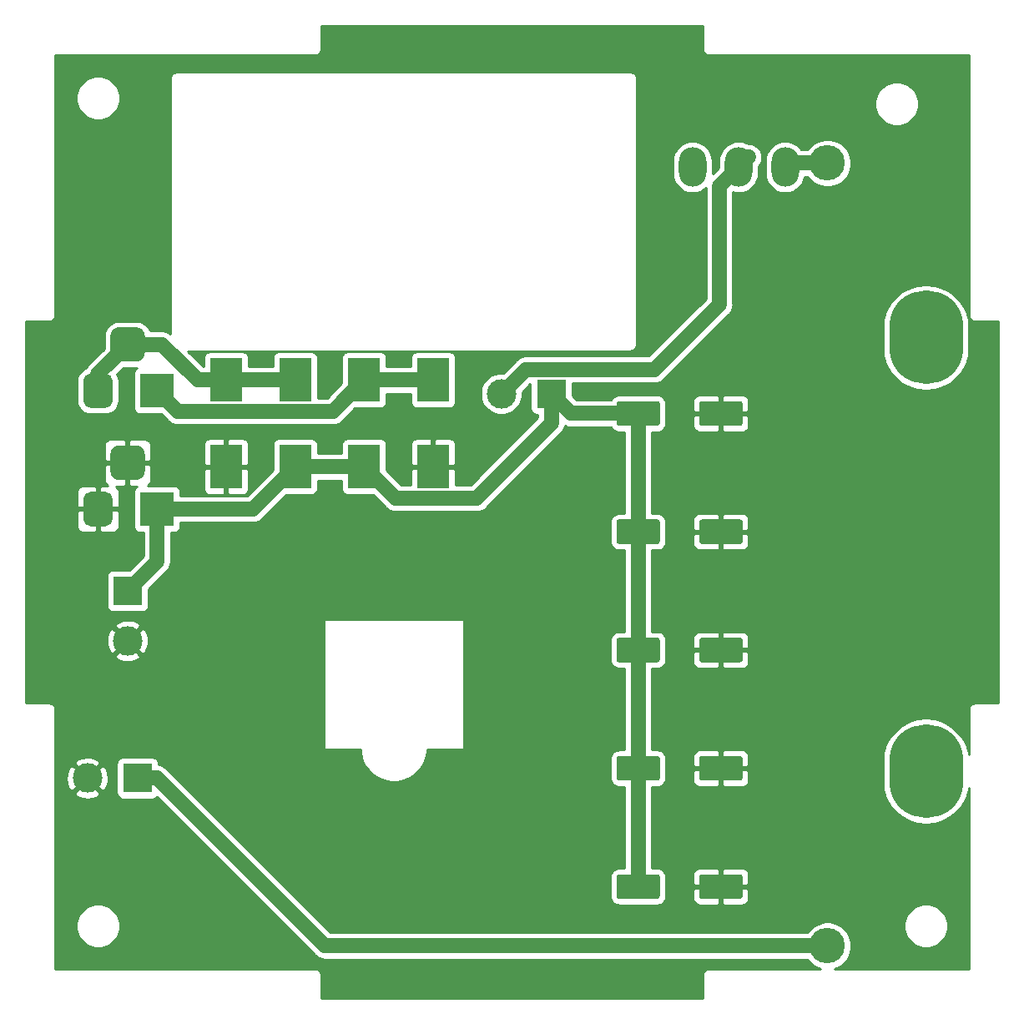
<source format=gbr>
%TF.GenerationSoftware,KiCad,Pcbnew,(5.1.6)-1*%
%TF.CreationDate,2020-10-02T15:43:25+02:00*%
%TF.ProjectId,netzteilegeregelt,6e65747a-7465-4696-9c65-676572656765,rev?*%
%TF.SameCoordinates,Original*%
%TF.FileFunction,Copper,L2,Bot*%
%TF.FilePolarity,Positive*%
%FSLAX46Y46*%
G04 Gerber Fmt 4.6, Leading zero omitted, Abs format (unit mm)*
G04 Created by KiCad (PCBNEW (5.1.6)-1) date 2020-10-02 15:43:25*
%MOMM*%
%LPD*%
G01*
G04 APERTURE LIST*
%TA.AperFunction,ComponentPad*%
%ADD10O,2.800000X4.000000*%
%TD*%
%TA.AperFunction,ComponentPad*%
%ADD11C,3.600000*%
%TD*%
%TA.AperFunction,WasherPad*%
%ADD12O,7.500000X9.500000*%
%TD*%
%TA.AperFunction,ComponentPad*%
%ADD13C,3.000000*%
%TD*%
%TA.AperFunction,ComponentPad*%
%ADD14R,3.000000X3.000000*%
%TD*%
%TA.AperFunction,ComponentPad*%
%ADD15R,3.500000X3.500000*%
%TD*%
%TA.AperFunction,SMDPad,CuDef*%
%ADD16R,3.300000X4.500000*%
%TD*%
%TA.AperFunction,Conductor*%
%ADD17C,1.500000*%
%TD*%
%TA.AperFunction,Conductor*%
%ADD18C,0.254000*%
%TD*%
G04 APERTURE END LIST*
D10*
%TO.P,SW1,3*%
%TO.N,Net-(R2-Pad1)*%
X127700000Y-65000000D03*
%TO.P,SW1,2*%
%TO.N,Net-(J3-Pad2)*%
X123000000Y-65000000D03*
%TO.P,SW1,1*%
%TO.N,Net-(SW1-Pad1)*%
X118300000Y-65000000D03*
%TD*%
D11*
%TO.P,R2,2*%
%TO.N,Net-(J4-Pad1)*%
X132000000Y-144000000D03*
%TO.P,R2,1*%
%TO.N,Net-(R2-Pad1)*%
X132000000Y-64600000D03*
D12*
%TO.P,R2,*%
%TO.N,*%
X142000000Y-82300000D03*
X142000000Y-126300000D03*
%TD*%
D13*
%TO.P,J5,2*%
%TO.N,GND*%
X61000000Y-113080000D03*
D14*
%TO.P,J5,1*%
%TO.N,+12V*%
X61000000Y-108000000D03*
%TD*%
D13*
%TO.P,J4,2*%
%TO.N,GND*%
X56920000Y-127000000D03*
D14*
%TO.P,J4,1*%
%TO.N,Net-(J4-Pad1)*%
X62000000Y-127000000D03*
%TD*%
D13*
%TO.P,J3,2*%
%TO.N,Net-(J3-Pad2)*%
X98920000Y-88000000D03*
D14*
%TO.P,J3,1*%
%TO.N,+12V*%
X104000000Y-88000000D03*
%TD*%
%TO.P,J2,3*%
%TO.N,GND*%
%TA.AperFunction,ComponentPad*%
G36*
G01*
X59250000Y-95875000D02*
X59250000Y-94125000D01*
G75*
G02*
X60125000Y-93250000I875000J0D01*
G01*
X61875000Y-93250000D01*
G75*
G02*
X62750000Y-94125000I0J-875000D01*
G01*
X62750000Y-95875000D01*
G75*
G02*
X61875000Y-96750000I-875000J0D01*
G01*
X60125000Y-96750000D01*
G75*
G02*
X59250000Y-95875000I0J875000D01*
G01*
G37*
%TD.AperFunction*%
%TO.P,J2,2*%
%TA.AperFunction,ComponentPad*%
G36*
G01*
X56500000Y-100700000D02*
X56500000Y-98700000D01*
G75*
G02*
X57250000Y-97950000I750000J0D01*
G01*
X58750000Y-97950000D01*
G75*
G02*
X59500000Y-98700000I0J-750000D01*
G01*
X59500000Y-100700000D01*
G75*
G02*
X58750000Y-101450000I-750000J0D01*
G01*
X57250000Y-101450000D01*
G75*
G02*
X56500000Y-100700000I0J750000D01*
G01*
G37*
%TD.AperFunction*%
D15*
%TO.P,J2,1*%
%TO.N,+12V*%
X64000000Y-99700000D03*
%TD*%
%TO.P,J1,3*%
%TO.N,Net-(D3-Pad2)*%
%TA.AperFunction,ComponentPad*%
G36*
G01*
X59250000Y-83875000D02*
X59250000Y-82125000D01*
G75*
G02*
X60125000Y-81250000I875000J0D01*
G01*
X61875000Y-81250000D01*
G75*
G02*
X62750000Y-82125000I0J-875000D01*
G01*
X62750000Y-83875000D01*
G75*
G02*
X61875000Y-84750000I-875000J0D01*
G01*
X60125000Y-84750000D01*
G75*
G02*
X59250000Y-83875000I0J875000D01*
G01*
G37*
%TD.AperFunction*%
%TO.P,J1,2*%
%TA.AperFunction,ComponentPad*%
G36*
G01*
X56500000Y-88700000D02*
X56500000Y-86700000D01*
G75*
G02*
X57250000Y-85950000I750000J0D01*
G01*
X58750000Y-85950000D01*
G75*
G02*
X59500000Y-86700000I0J-750000D01*
G01*
X59500000Y-88700000D01*
G75*
G02*
X58750000Y-89450000I-750000J0D01*
G01*
X57250000Y-89450000D01*
G75*
G02*
X56500000Y-88700000I0J750000D01*
G01*
G37*
%TD.AperFunction*%
%TO.P,J1,1*%
%TO.N,Net-(D1-Pad2)*%
X64000000Y-87700000D03*
%TD*%
D16*
%TO.P,D4,2*%
%TO.N,GND*%
X71000000Y-95400000D03*
%TO.P,D4,1*%
%TO.N,Net-(D3-Pad2)*%
X71000000Y-86600000D03*
%TD*%
%TO.P,D3,2*%
%TO.N,Net-(D3-Pad2)*%
X78000000Y-86600000D03*
%TO.P,D3,1*%
%TO.N,+12V*%
X78000000Y-95400000D03*
%TD*%
%TO.P,D2,2*%
%TO.N,GND*%
X92000000Y-95400000D03*
%TO.P,D2,1*%
%TO.N,Net-(D1-Pad2)*%
X92000000Y-86600000D03*
%TD*%
%TO.P,D1,2*%
%TO.N,Net-(D1-Pad2)*%
X85000000Y-86600000D03*
%TO.P,D1,1*%
%TO.N,+12V*%
X85000000Y-95400000D03*
%TD*%
%TO.P,C5,2*%
%TO.N,GND*%
%TA.AperFunction,SMDPad,CuDef*%
G36*
G01*
X119000000Y-115000000D02*
X119000000Y-113000000D01*
G75*
G02*
X119250000Y-112750000I250000J0D01*
G01*
X123150000Y-112750000D01*
G75*
G02*
X123400000Y-113000000I0J-250000D01*
G01*
X123400000Y-115000000D01*
G75*
G02*
X123150000Y-115250000I-250000J0D01*
G01*
X119250000Y-115250000D01*
G75*
G02*
X119000000Y-115000000I0J250000D01*
G01*
G37*
%TD.AperFunction*%
%TO.P,C5,1*%
%TO.N,+12V*%
%TA.AperFunction,SMDPad,CuDef*%
G36*
G01*
X110600000Y-115000000D02*
X110600000Y-113000000D01*
G75*
G02*
X110850000Y-112750000I250000J0D01*
G01*
X114750000Y-112750000D01*
G75*
G02*
X115000000Y-113000000I0J-250000D01*
G01*
X115000000Y-115000000D01*
G75*
G02*
X114750000Y-115250000I-250000J0D01*
G01*
X110850000Y-115250000D01*
G75*
G02*
X110600000Y-115000000I0J250000D01*
G01*
G37*
%TD.AperFunction*%
%TD*%
%TO.P,C4,2*%
%TO.N,GND*%
%TA.AperFunction,SMDPad,CuDef*%
G36*
G01*
X119000000Y-139000000D02*
X119000000Y-137000000D01*
G75*
G02*
X119250000Y-136750000I250000J0D01*
G01*
X123150000Y-136750000D01*
G75*
G02*
X123400000Y-137000000I0J-250000D01*
G01*
X123400000Y-139000000D01*
G75*
G02*
X123150000Y-139250000I-250000J0D01*
G01*
X119250000Y-139250000D01*
G75*
G02*
X119000000Y-139000000I0J250000D01*
G01*
G37*
%TD.AperFunction*%
%TO.P,C4,1*%
%TO.N,+12V*%
%TA.AperFunction,SMDPad,CuDef*%
G36*
G01*
X110600000Y-139000000D02*
X110600000Y-137000000D01*
G75*
G02*
X110850000Y-136750000I250000J0D01*
G01*
X114750000Y-136750000D01*
G75*
G02*
X115000000Y-137000000I0J-250000D01*
G01*
X115000000Y-139000000D01*
G75*
G02*
X114750000Y-139250000I-250000J0D01*
G01*
X110850000Y-139250000D01*
G75*
G02*
X110600000Y-139000000I0J250000D01*
G01*
G37*
%TD.AperFunction*%
%TD*%
%TO.P,C3,2*%
%TO.N,GND*%
%TA.AperFunction,SMDPad,CuDef*%
G36*
G01*
X119000000Y-91000000D02*
X119000000Y-89000000D01*
G75*
G02*
X119250000Y-88750000I250000J0D01*
G01*
X123150000Y-88750000D01*
G75*
G02*
X123400000Y-89000000I0J-250000D01*
G01*
X123400000Y-91000000D01*
G75*
G02*
X123150000Y-91250000I-250000J0D01*
G01*
X119250000Y-91250000D01*
G75*
G02*
X119000000Y-91000000I0J250000D01*
G01*
G37*
%TD.AperFunction*%
%TO.P,C3,1*%
%TO.N,+12V*%
%TA.AperFunction,SMDPad,CuDef*%
G36*
G01*
X110600000Y-91000000D02*
X110600000Y-89000000D01*
G75*
G02*
X110850000Y-88750000I250000J0D01*
G01*
X114750000Y-88750000D01*
G75*
G02*
X115000000Y-89000000I0J-250000D01*
G01*
X115000000Y-91000000D01*
G75*
G02*
X114750000Y-91250000I-250000J0D01*
G01*
X110850000Y-91250000D01*
G75*
G02*
X110600000Y-91000000I0J250000D01*
G01*
G37*
%TD.AperFunction*%
%TD*%
%TO.P,C2,2*%
%TO.N,GND*%
%TA.AperFunction,SMDPad,CuDef*%
G36*
G01*
X119000000Y-127000000D02*
X119000000Y-125000000D01*
G75*
G02*
X119250000Y-124750000I250000J0D01*
G01*
X123150000Y-124750000D01*
G75*
G02*
X123400000Y-125000000I0J-250000D01*
G01*
X123400000Y-127000000D01*
G75*
G02*
X123150000Y-127250000I-250000J0D01*
G01*
X119250000Y-127250000D01*
G75*
G02*
X119000000Y-127000000I0J250000D01*
G01*
G37*
%TD.AperFunction*%
%TO.P,C2,1*%
%TO.N,+12V*%
%TA.AperFunction,SMDPad,CuDef*%
G36*
G01*
X110600000Y-127000000D02*
X110600000Y-125000000D01*
G75*
G02*
X110850000Y-124750000I250000J0D01*
G01*
X114750000Y-124750000D01*
G75*
G02*
X115000000Y-125000000I0J-250000D01*
G01*
X115000000Y-127000000D01*
G75*
G02*
X114750000Y-127250000I-250000J0D01*
G01*
X110850000Y-127250000D01*
G75*
G02*
X110600000Y-127000000I0J250000D01*
G01*
G37*
%TD.AperFunction*%
%TD*%
%TO.P,C1,2*%
%TO.N,GND*%
%TA.AperFunction,SMDPad,CuDef*%
G36*
G01*
X119000000Y-103000000D02*
X119000000Y-101000000D01*
G75*
G02*
X119250000Y-100750000I250000J0D01*
G01*
X123150000Y-100750000D01*
G75*
G02*
X123400000Y-101000000I0J-250000D01*
G01*
X123400000Y-103000000D01*
G75*
G02*
X123150000Y-103250000I-250000J0D01*
G01*
X119250000Y-103250000D01*
G75*
G02*
X119000000Y-103000000I0J250000D01*
G01*
G37*
%TD.AperFunction*%
%TO.P,C1,1*%
%TO.N,+12V*%
%TA.AperFunction,SMDPad,CuDef*%
G36*
G01*
X110600000Y-103000000D02*
X110600000Y-101000000D01*
G75*
G02*
X110850000Y-100750000I250000J0D01*
G01*
X114750000Y-100750000D01*
G75*
G02*
X115000000Y-101000000I0J-250000D01*
G01*
X115000000Y-103000000D01*
G75*
G02*
X114750000Y-103250000I-250000J0D01*
G01*
X110850000Y-103250000D01*
G75*
G02*
X110600000Y-103000000I0J250000D01*
G01*
G37*
%TD.AperFunction*%
%TD*%
D17*
%TO.N,+12V*%
X85000000Y-95400000D02*
X78000000Y-95400000D01*
X64000000Y-105000000D02*
X61000000Y-108000000D01*
X64000000Y-99700000D02*
X64000000Y-105000000D01*
X73700000Y-99700000D02*
X78000000Y-95400000D01*
X64000000Y-99700000D02*
X73700000Y-99700000D01*
X112800000Y-130000000D02*
X112800000Y-138000000D01*
X112800000Y-98600001D02*
X112800000Y-130000000D01*
X112800000Y-98600001D02*
X112800000Y-90000000D01*
X104000000Y-91000000D02*
X104000000Y-88000000D01*
X96399999Y-98600001D02*
X104000000Y-91000000D01*
X85000000Y-95400000D02*
X88200001Y-98600001D01*
X88200001Y-98600001D02*
X96399999Y-98600001D01*
X106000000Y-90000000D02*
X104000000Y-88000000D01*
X112800000Y-90000000D02*
X106000000Y-90000000D01*
%TO.N,Net-(D1-Pad2)*%
X92000000Y-86600000D02*
X85000000Y-86600000D01*
X81799999Y-89800001D02*
X85000000Y-86600000D01*
X66100001Y-89800001D02*
X81799999Y-89800001D01*
X64000000Y-87700000D02*
X66100001Y-89800001D01*
%TO.N,Net-(D3-Pad2)*%
X78000000Y-86600000D02*
X71000000Y-86600000D01*
X68110002Y-86600000D02*
X71000000Y-86600000D01*
X64510002Y-83000000D02*
X68110002Y-86600000D01*
X61000000Y-83000000D02*
X64510002Y-83000000D01*
X58000000Y-86000000D02*
X61000000Y-83000000D01*
X58000000Y-87700000D02*
X58000000Y-86000000D01*
%TO.N,Net-(J3-Pad2)*%
X121049990Y-66950010D02*
X124000000Y-64000000D01*
X101370001Y-85549999D02*
X98920000Y-88000000D01*
X114450001Y-85549999D02*
X101370001Y-85549999D01*
X121049990Y-78950010D02*
X114450001Y-85549999D01*
X121049990Y-78950010D02*
X121049990Y-66950010D01*
%TO.N,Net-(J4-Pad1)*%
X64000000Y-127000000D02*
X62000000Y-127000000D01*
X132000000Y-144000000D02*
X81000000Y-144000000D01*
X81000000Y-144000000D02*
X64000000Y-127000000D01*
%TO.N,Net-(R2-Pad1)*%
X128100000Y-64600000D02*
X127700000Y-65000000D01*
X132000000Y-64600000D02*
X128100000Y-64600000D01*
%TD*%
D18*
%TO.N,GND*%
G36*
X119340000Y-52967580D02*
G01*
X119336807Y-53000000D01*
X119349550Y-53129383D01*
X119387290Y-53253793D01*
X119448575Y-53368450D01*
X119531052Y-53468948D01*
X119631550Y-53551425D01*
X119746207Y-53612710D01*
X119870617Y-53650450D01*
X120000000Y-53663193D01*
X120032419Y-53660000D01*
X146340000Y-53660000D01*
X146340001Y-79967571D01*
X146336807Y-80000000D01*
X146349550Y-80129383D01*
X146387290Y-80253793D01*
X146448575Y-80368450D01*
X146531052Y-80468948D01*
X146631550Y-80551425D01*
X146746207Y-80612710D01*
X146870617Y-80650450D01*
X146967581Y-80660000D01*
X147000000Y-80663193D01*
X147032419Y-80660000D01*
X149340000Y-80660000D01*
X149340001Y-119340000D01*
X147032419Y-119340000D01*
X147000000Y-119336807D01*
X146967581Y-119340000D01*
X146870617Y-119349550D01*
X146746207Y-119387290D01*
X146631550Y-119448575D01*
X146531052Y-119531052D01*
X146448575Y-119631550D01*
X146387290Y-119746207D01*
X146349550Y-119870617D01*
X146336807Y-120000000D01*
X146340001Y-120032429D01*
X146340001Y-124627695D01*
X146321553Y-124440391D01*
X146070814Y-123613815D01*
X145663636Y-122852037D01*
X145115666Y-122184334D01*
X144447963Y-121636364D01*
X143686186Y-121229186D01*
X142859610Y-120978447D01*
X142000000Y-120893783D01*
X141140391Y-120978447D01*
X140313815Y-121229186D01*
X139552038Y-121636364D01*
X138884335Y-122184334D01*
X138336365Y-122852037D01*
X137929186Y-123613814D01*
X137678447Y-124440390D01*
X137615000Y-125084580D01*
X137615000Y-127515419D01*
X137678447Y-128159609D01*
X137929186Y-128986185D01*
X138336364Y-129747963D01*
X138884334Y-130415666D01*
X139552037Y-130963636D01*
X140313814Y-131370814D01*
X141140390Y-131621553D01*
X142000000Y-131706217D01*
X142859609Y-131621553D01*
X143686185Y-131370814D01*
X144447963Y-130963636D01*
X145115666Y-130415666D01*
X145663636Y-129747963D01*
X146070814Y-128986186D01*
X146321553Y-128159610D01*
X146340001Y-127972307D01*
X146340000Y-146340000D01*
X132713701Y-146340000D01*
X133153405Y-146157869D01*
X133552222Y-145891388D01*
X133891388Y-145552222D01*
X134157869Y-145153405D01*
X134341424Y-144710263D01*
X134435000Y-144239827D01*
X134435000Y-143760173D01*
X134341424Y-143289737D01*
X134157869Y-142846595D01*
X133891388Y-142447778D01*
X133552222Y-142108612D01*
X133153405Y-141842131D01*
X133003099Y-141779872D01*
X139765000Y-141779872D01*
X139765000Y-142220128D01*
X139850890Y-142651925D01*
X140019369Y-143058669D01*
X140263962Y-143424729D01*
X140575271Y-143736038D01*
X140941331Y-143980631D01*
X141348075Y-144149110D01*
X141779872Y-144235000D01*
X142220128Y-144235000D01*
X142651925Y-144149110D01*
X143058669Y-143980631D01*
X143424729Y-143736038D01*
X143736038Y-143424729D01*
X143980631Y-143058669D01*
X144149110Y-142651925D01*
X144235000Y-142220128D01*
X144235000Y-141779872D01*
X144149110Y-141348075D01*
X143980631Y-140941331D01*
X143736038Y-140575271D01*
X143424729Y-140263962D01*
X143058669Y-140019369D01*
X142651925Y-139850890D01*
X142220128Y-139765000D01*
X141779872Y-139765000D01*
X141348075Y-139850890D01*
X140941331Y-140019369D01*
X140575271Y-140263962D01*
X140263962Y-140575271D01*
X140019369Y-140941331D01*
X139850890Y-141348075D01*
X139765000Y-141779872D01*
X133003099Y-141779872D01*
X132710263Y-141658576D01*
X132239827Y-141565000D01*
X131760173Y-141565000D01*
X131289737Y-141658576D01*
X130846595Y-141842131D01*
X130447778Y-142108612D01*
X130108612Y-142447778D01*
X129996878Y-142615000D01*
X81573686Y-142615000D01*
X65027454Y-126068769D01*
X64984081Y-126015919D01*
X64773188Y-125842843D01*
X64532581Y-125714236D01*
X64271507Y-125635040D01*
X64138072Y-125621898D01*
X64138072Y-125500000D01*
X64125812Y-125375518D01*
X64089502Y-125255820D01*
X64030537Y-125145506D01*
X63951185Y-125048815D01*
X63854494Y-124969463D01*
X63744180Y-124910498D01*
X63624482Y-124874188D01*
X63500000Y-124861928D01*
X60500000Y-124861928D01*
X60375518Y-124874188D01*
X60255820Y-124910498D01*
X60145506Y-124969463D01*
X60048815Y-125048815D01*
X59969463Y-125145506D01*
X59910498Y-125255820D01*
X59874188Y-125375518D01*
X59861928Y-125500000D01*
X59861928Y-128500000D01*
X59874188Y-128624482D01*
X59910498Y-128744180D01*
X59969463Y-128854494D01*
X60048815Y-128951185D01*
X60145506Y-129030537D01*
X60255820Y-129089502D01*
X60375518Y-129125812D01*
X60500000Y-129138072D01*
X63500000Y-129138072D01*
X63624482Y-129125812D01*
X63744180Y-129089502D01*
X63854494Y-129030537D01*
X63951185Y-128951185D01*
X63969808Y-128928493D01*
X79972550Y-144931236D01*
X80015919Y-144984081D01*
X80068764Y-145027450D01*
X80068766Y-145027452D01*
X80226812Y-145157157D01*
X80467419Y-145285764D01*
X80728493Y-145364960D01*
X81000000Y-145391701D01*
X81068037Y-145385000D01*
X129996878Y-145385000D01*
X130108612Y-145552222D01*
X130447778Y-145891388D01*
X130846595Y-146157869D01*
X131286299Y-146340000D01*
X120032419Y-146340000D01*
X120000000Y-146336807D01*
X119870617Y-146349550D01*
X119746207Y-146387290D01*
X119631550Y-146448575D01*
X119531052Y-146531052D01*
X119448575Y-146631550D01*
X119387290Y-146746207D01*
X119349550Y-146870617D01*
X119336807Y-147000000D01*
X119340000Y-147032418D01*
X119340001Y-149340000D01*
X80660000Y-149340000D01*
X80660000Y-147032418D01*
X80663193Y-147000000D01*
X80650450Y-146870617D01*
X80612710Y-146746207D01*
X80551425Y-146631550D01*
X80468948Y-146531052D01*
X80368450Y-146448575D01*
X80253793Y-146387290D01*
X80129383Y-146349550D01*
X80032419Y-146340000D01*
X80000000Y-146336807D01*
X79967581Y-146340000D01*
X53660000Y-146340000D01*
X53660000Y-141779872D01*
X55765000Y-141779872D01*
X55765000Y-142220128D01*
X55850890Y-142651925D01*
X56019369Y-143058669D01*
X56263962Y-143424729D01*
X56575271Y-143736038D01*
X56941331Y-143980631D01*
X57348075Y-144149110D01*
X57779872Y-144235000D01*
X58220128Y-144235000D01*
X58651925Y-144149110D01*
X59058669Y-143980631D01*
X59424729Y-143736038D01*
X59736038Y-143424729D01*
X59980631Y-143058669D01*
X60149110Y-142651925D01*
X60235000Y-142220128D01*
X60235000Y-141779872D01*
X60149110Y-141348075D01*
X59980631Y-140941331D01*
X59736038Y-140575271D01*
X59424729Y-140263962D01*
X59058669Y-140019369D01*
X58651925Y-139850890D01*
X58220128Y-139765000D01*
X57779872Y-139765000D01*
X57348075Y-139850890D01*
X56941331Y-140019369D01*
X56575271Y-140263962D01*
X56263962Y-140575271D01*
X56019369Y-140941331D01*
X55850890Y-141348075D01*
X55765000Y-141779872D01*
X53660000Y-141779872D01*
X53660000Y-128491653D01*
X55607952Y-128491653D01*
X55763962Y-128807214D01*
X56138745Y-128998020D01*
X56543551Y-129112044D01*
X56962824Y-129144902D01*
X57380451Y-129095334D01*
X57780383Y-128965243D01*
X58076038Y-128807214D01*
X58232048Y-128491653D01*
X56920000Y-127179605D01*
X55607952Y-128491653D01*
X53660000Y-128491653D01*
X53660000Y-127042824D01*
X54775098Y-127042824D01*
X54824666Y-127460451D01*
X54954757Y-127860383D01*
X55112786Y-128156038D01*
X55428347Y-128312048D01*
X56740395Y-127000000D01*
X57099605Y-127000000D01*
X58411653Y-128312048D01*
X58727214Y-128156038D01*
X58918020Y-127781255D01*
X59032044Y-127376449D01*
X59064902Y-126957176D01*
X59015334Y-126539549D01*
X58885243Y-126139617D01*
X58727214Y-125843962D01*
X58411653Y-125687952D01*
X57099605Y-127000000D01*
X56740395Y-127000000D01*
X55428347Y-125687952D01*
X55112786Y-125843962D01*
X54921980Y-126218745D01*
X54807956Y-126623551D01*
X54775098Y-127042824D01*
X53660000Y-127042824D01*
X53660000Y-125508347D01*
X55607952Y-125508347D01*
X56920000Y-126820395D01*
X58232048Y-125508347D01*
X58076038Y-125192786D01*
X57701255Y-125001980D01*
X57296449Y-124887956D01*
X56877176Y-124855098D01*
X56459549Y-124904666D01*
X56059617Y-125034757D01*
X55763962Y-125192786D01*
X55607952Y-125508347D01*
X53660000Y-125508347D01*
X53660000Y-120032418D01*
X53663193Y-120000000D01*
X53650450Y-119870617D01*
X53612710Y-119746207D01*
X53551425Y-119631550D01*
X53468948Y-119531052D01*
X53368450Y-119448575D01*
X53253793Y-119387290D01*
X53129383Y-119349550D01*
X53032419Y-119340000D01*
X53000000Y-119336807D01*
X52967581Y-119340000D01*
X50660000Y-119340000D01*
X50660000Y-114571653D01*
X59687952Y-114571653D01*
X59843962Y-114887214D01*
X60218745Y-115078020D01*
X60623551Y-115192044D01*
X61042824Y-115224902D01*
X61460451Y-115175334D01*
X61860383Y-115045243D01*
X62156038Y-114887214D01*
X62312048Y-114571653D01*
X61000000Y-113259605D01*
X59687952Y-114571653D01*
X50660000Y-114571653D01*
X50660000Y-113122824D01*
X58855098Y-113122824D01*
X58904666Y-113540451D01*
X59034757Y-113940383D01*
X59192786Y-114236038D01*
X59508347Y-114392048D01*
X60820395Y-113080000D01*
X61179605Y-113080000D01*
X62491653Y-114392048D01*
X62807214Y-114236038D01*
X62998020Y-113861255D01*
X63112044Y-113456449D01*
X63144902Y-113037176D01*
X63095334Y-112619549D01*
X62965243Y-112219617D01*
X62807214Y-111923962D01*
X62491653Y-111767952D01*
X61179605Y-113080000D01*
X60820395Y-113080000D01*
X59508347Y-111767952D01*
X59192786Y-111923962D01*
X59001980Y-112298745D01*
X58887956Y-112703551D01*
X58855098Y-113122824D01*
X50660000Y-113122824D01*
X50660000Y-111588347D01*
X59687952Y-111588347D01*
X61000000Y-112900395D01*
X62312048Y-111588347D01*
X62156038Y-111272786D01*
X61781255Y-111081980D01*
X61490212Y-111000000D01*
X80873000Y-111000000D01*
X80873000Y-124000000D01*
X80875440Y-124024776D01*
X80882667Y-124048601D01*
X80894403Y-124070557D01*
X80910197Y-124089803D01*
X80929443Y-124105597D01*
X80951399Y-124117333D01*
X80975224Y-124124560D01*
X81000000Y-124127000D01*
X84615000Y-124127000D01*
X84615000Y-124333393D01*
X84745083Y-124987368D01*
X85000252Y-125603399D01*
X85370698Y-126157812D01*
X85842188Y-126629302D01*
X86396601Y-126999748D01*
X87012632Y-127254917D01*
X87666607Y-127385000D01*
X88333393Y-127385000D01*
X88987368Y-127254917D01*
X89603399Y-126999748D01*
X90157812Y-126629302D01*
X90629302Y-126157812D01*
X90999748Y-125603399D01*
X91254917Y-124987368D01*
X91385000Y-124333393D01*
X91385000Y-124127000D01*
X95000000Y-124127000D01*
X95024776Y-124124560D01*
X95048601Y-124117333D01*
X95070557Y-124105597D01*
X95089803Y-124089803D01*
X95105597Y-124070557D01*
X95117333Y-124048601D01*
X95124560Y-124024776D01*
X95127000Y-124000000D01*
X95127000Y-111000000D01*
X95124560Y-110975224D01*
X95117333Y-110951399D01*
X95105597Y-110929443D01*
X95089803Y-110910197D01*
X95070557Y-110894403D01*
X95048601Y-110882667D01*
X95024776Y-110875440D01*
X95000000Y-110873000D01*
X81000000Y-110873000D01*
X80975224Y-110875440D01*
X80951399Y-110882667D01*
X80929443Y-110894403D01*
X80910197Y-110910197D01*
X80894403Y-110929443D01*
X80882667Y-110951399D01*
X80875440Y-110975224D01*
X80873000Y-111000000D01*
X61490212Y-111000000D01*
X61376449Y-110967956D01*
X60957176Y-110935098D01*
X60539549Y-110984666D01*
X60139617Y-111114757D01*
X59843962Y-111272786D01*
X59687952Y-111588347D01*
X50660000Y-111588347D01*
X50660000Y-106500000D01*
X58861928Y-106500000D01*
X58861928Y-109500000D01*
X58874188Y-109624482D01*
X58910498Y-109744180D01*
X58969463Y-109854494D01*
X59048815Y-109951185D01*
X59145506Y-110030537D01*
X59255820Y-110089502D01*
X59375518Y-110125812D01*
X59500000Y-110138072D01*
X62500000Y-110138072D01*
X62624482Y-110125812D01*
X62744180Y-110089502D01*
X62854494Y-110030537D01*
X62951185Y-109951185D01*
X63030537Y-109854494D01*
X63089502Y-109744180D01*
X63125812Y-109624482D01*
X63138072Y-109500000D01*
X63138072Y-107820613D01*
X64931236Y-106027450D01*
X64984081Y-105984081D01*
X65044470Y-105910498D01*
X65157157Y-105773188D01*
X65285764Y-105532581D01*
X65364960Y-105271507D01*
X65385000Y-105068037D01*
X65385000Y-105068029D01*
X65391700Y-105000000D01*
X65385000Y-104931971D01*
X65385000Y-102088072D01*
X65750000Y-102088072D01*
X65874482Y-102075812D01*
X65994180Y-102039502D01*
X66104494Y-101980537D01*
X66201185Y-101901185D01*
X66280537Y-101804494D01*
X66339502Y-101694180D01*
X66375812Y-101574482D01*
X66388072Y-101450000D01*
X66388072Y-101085000D01*
X73631971Y-101085000D01*
X73700000Y-101091700D01*
X73768029Y-101085000D01*
X73768037Y-101085000D01*
X73971507Y-101064960D01*
X74232581Y-100985764D01*
X74473188Y-100857157D01*
X74684081Y-100684081D01*
X74727454Y-100631231D01*
X77070614Y-98288072D01*
X79650000Y-98288072D01*
X79774482Y-98275812D01*
X79894180Y-98239502D01*
X80004494Y-98180537D01*
X80101185Y-98101185D01*
X80180537Y-98004494D01*
X80239502Y-97894180D01*
X80275812Y-97774482D01*
X80288072Y-97650000D01*
X80288072Y-96785000D01*
X82711928Y-96785000D01*
X82711928Y-97650000D01*
X82724188Y-97774482D01*
X82760498Y-97894180D01*
X82819463Y-98004494D01*
X82898815Y-98101185D01*
X82995506Y-98180537D01*
X83105820Y-98239502D01*
X83225518Y-98275812D01*
X83350000Y-98288072D01*
X85929386Y-98288072D01*
X87172551Y-99531237D01*
X87215920Y-99584082D01*
X87268765Y-99627451D01*
X87268767Y-99627453D01*
X87274264Y-99631964D01*
X87426813Y-99757158D01*
X87667420Y-99885765D01*
X87928494Y-99964961D01*
X88131964Y-99985001D01*
X88131972Y-99985001D01*
X88200001Y-99991701D01*
X88268030Y-99985001D01*
X96331970Y-99985001D01*
X96399999Y-99991701D01*
X96468028Y-99985001D01*
X96468036Y-99985001D01*
X96671506Y-99964961D01*
X96932580Y-99885765D01*
X97173187Y-99757158D01*
X97384080Y-99584082D01*
X97427453Y-99531232D01*
X104931235Y-92027450D01*
X104984080Y-91984081D01*
X105065395Y-91885000D01*
X105157156Y-91773189D01*
X105157157Y-91773188D01*
X105285764Y-91532581D01*
X105364960Y-91271507D01*
X105368750Y-91233024D01*
X105467419Y-91285764D01*
X105728493Y-91364960D01*
X105931963Y-91385000D01*
X105931972Y-91385000D01*
X105999999Y-91391700D01*
X106068026Y-91385000D01*
X110053661Y-91385000D01*
X110111595Y-91493386D01*
X110222038Y-91627962D01*
X110356614Y-91738405D01*
X110510150Y-91820472D01*
X110676746Y-91871008D01*
X110850000Y-91888072D01*
X111415001Y-91888072D01*
X111415000Y-98531964D01*
X111415000Y-100111928D01*
X110850000Y-100111928D01*
X110676746Y-100128992D01*
X110510150Y-100179528D01*
X110356614Y-100261595D01*
X110222038Y-100372038D01*
X110111595Y-100506614D01*
X110029528Y-100660150D01*
X109978992Y-100826746D01*
X109961928Y-101000000D01*
X109961928Y-103000000D01*
X109978992Y-103173254D01*
X110029528Y-103339850D01*
X110111595Y-103493386D01*
X110222038Y-103627962D01*
X110356614Y-103738405D01*
X110510150Y-103820472D01*
X110676746Y-103871008D01*
X110850000Y-103888072D01*
X111415000Y-103888072D01*
X111415000Y-112111928D01*
X110850000Y-112111928D01*
X110676746Y-112128992D01*
X110510150Y-112179528D01*
X110356614Y-112261595D01*
X110222038Y-112372038D01*
X110111595Y-112506614D01*
X110029528Y-112660150D01*
X109978992Y-112826746D01*
X109961928Y-113000000D01*
X109961928Y-115000000D01*
X109978992Y-115173254D01*
X110029528Y-115339850D01*
X110111595Y-115493386D01*
X110222038Y-115627962D01*
X110356614Y-115738405D01*
X110510150Y-115820472D01*
X110676746Y-115871008D01*
X110850000Y-115888072D01*
X111415001Y-115888072D01*
X111415001Y-124111928D01*
X110850000Y-124111928D01*
X110676746Y-124128992D01*
X110510150Y-124179528D01*
X110356614Y-124261595D01*
X110222038Y-124372038D01*
X110111595Y-124506614D01*
X110029528Y-124660150D01*
X109978992Y-124826746D01*
X109961928Y-125000000D01*
X109961928Y-127000000D01*
X109978992Y-127173254D01*
X110029528Y-127339850D01*
X110111595Y-127493386D01*
X110222038Y-127627962D01*
X110356614Y-127738405D01*
X110510150Y-127820472D01*
X110676746Y-127871008D01*
X110850000Y-127888072D01*
X111415001Y-127888072D01*
X111415001Y-129931954D01*
X111415000Y-129931964D01*
X111415001Y-136111928D01*
X110850000Y-136111928D01*
X110676746Y-136128992D01*
X110510150Y-136179528D01*
X110356614Y-136261595D01*
X110222038Y-136372038D01*
X110111595Y-136506614D01*
X110029528Y-136660150D01*
X109978992Y-136826746D01*
X109961928Y-137000000D01*
X109961928Y-139000000D01*
X109978992Y-139173254D01*
X110029528Y-139339850D01*
X110111595Y-139493386D01*
X110222038Y-139627962D01*
X110356614Y-139738405D01*
X110510150Y-139820472D01*
X110676746Y-139871008D01*
X110850000Y-139888072D01*
X114750000Y-139888072D01*
X114923254Y-139871008D01*
X115089850Y-139820472D01*
X115243386Y-139738405D01*
X115377962Y-139627962D01*
X115488405Y-139493386D01*
X115570472Y-139339850D01*
X115597727Y-139250000D01*
X118361928Y-139250000D01*
X118374188Y-139374482D01*
X118410498Y-139494180D01*
X118469463Y-139604494D01*
X118548815Y-139701185D01*
X118645506Y-139780537D01*
X118755820Y-139839502D01*
X118875518Y-139875812D01*
X119000000Y-139888072D01*
X120914250Y-139885000D01*
X121073000Y-139726250D01*
X121073000Y-138127000D01*
X121327000Y-138127000D01*
X121327000Y-139726250D01*
X121485750Y-139885000D01*
X123400000Y-139888072D01*
X123524482Y-139875812D01*
X123644180Y-139839502D01*
X123754494Y-139780537D01*
X123851185Y-139701185D01*
X123930537Y-139604494D01*
X123989502Y-139494180D01*
X124025812Y-139374482D01*
X124038072Y-139250000D01*
X124035000Y-138285750D01*
X123876250Y-138127000D01*
X121327000Y-138127000D01*
X121073000Y-138127000D01*
X118523750Y-138127000D01*
X118365000Y-138285750D01*
X118361928Y-139250000D01*
X115597727Y-139250000D01*
X115621008Y-139173254D01*
X115638072Y-139000000D01*
X115638072Y-137000000D01*
X115621008Y-136826746D01*
X115597728Y-136750000D01*
X118361928Y-136750000D01*
X118365000Y-137714250D01*
X118523750Y-137873000D01*
X121073000Y-137873000D01*
X121073000Y-136273750D01*
X121327000Y-136273750D01*
X121327000Y-137873000D01*
X123876250Y-137873000D01*
X124035000Y-137714250D01*
X124038072Y-136750000D01*
X124025812Y-136625518D01*
X123989502Y-136505820D01*
X123930537Y-136395506D01*
X123851185Y-136298815D01*
X123754494Y-136219463D01*
X123644180Y-136160498D01*
X123524482Y-136124188D01*
X123400000Y-136111928D01*
X121485750Y-136115000D01*
X121327000Y-136273750D01*
X121073000Y-136273750D01*
X120914250Y-136115000D01*
X119000000Y-136111928D01*
X118875518Y-136124188D01*
X118755820Y-136160498D01*
X118645506Y-136219463D01*
X118548815Y-136298815D01*
X118469463Y-136395506D01*
X118410498Y-136505820D01*
X118374188Y-136625518D01*
X118361928Y-136750000D01*
X115597728Y-136750000D01*
X115570472Y-136660150D01*
X115488405Y-136506614D01*
X115377962Y-136372038D01*
X115243386Y-136261595D01*
X115089850Y-136179528D01*
X114923254Y-136128992D01*
X114750000Y-136111928D01*
X114185000Y-136111928D01*
X114185000Y-127888072D01*
X114750000Y-127888072D01*
X114923254Y-127871008D01*
X115089850Y-127820472D01*
X115243386Y-127738405D01*
X115377962Y-127627962D01*
X115488405Y-127493386D01*
X115570472Y-127339850D01*
X115597727Y-127250000D01*
X118361928Y-127250000D01*
X118374188Y-127374482D01*
X118410498Y-127494180D01*
X118469463Y-127604494D01*
X118548815Y-127701185D01*
X118645506Y-127780537D01*
X118755820Y-127839502D01*
X118875518Y-127875812D01*
X119000000Y-127888072D01*
X120914250Y-127885000D01*
X121073000Y-127726250D01*
X121073000Y-126127000D01*
X121327000Y-126127000D01*
X121327000Y-127726250D01*
X121485750Y-127885000D01*
X123400000Y-127888072D01*
X123524482Y-127875812D01*
X123644180Y-127839502D01*
X123754494Y-127780537D01*
X123851185Y-127701185D01*
X123930537Y-127604494D01*
X123989502Y-127494180D01*
X124025812Y-127374482D01*
X124038072Y-127250000D01*
X124035000Y-126285750D01*
X123876250Y-126127000D01*
X121327000Y-126127000D01*
X121073000Y-126127000D01*
X118523750Y-126127000D01*
X118365000Y-126285750D01*
X118361928Y-127250000D01*
X115597727Y-127250000D01*
X115621008Y-127173254D01*
X115638072Y-127000000D01*
X115638072Y-125000000D01*
X115621008Y-124826746D01*
X115597728Y-124750000D01*
X118361928Y-124750000D01*
X118365000Y-125714250D01*
X118523750Y-125873000D01*
X121073000Y-125873000D01*
X121073000Y-124273750D01*
X121327000Y-124273750D01*
X121327000Y-125873000D01*
X123876250Y-125873000D01*
X124035000Y-125714250D01*
X124038072Y-124750000D01*
X124025812Y-124625518D01*
X123989502Y-124505820D01*
X123930537Y-124395506D01*
X123851185Y-124298815D01*
X123754494Y-124219463D01*
X123644180Y-124160498D01*
X123524482Y-124124188D01*
X123400000Y-124111928D01*
X121485750Y-124115000D01*
X121327000Y-124273750D01*
X121073000Y-124273750D01*
X120914250Y-124115000D01*
X119000000Y-124111928D01*
X118875518Y-124124188D01*
X118755820Y-124160498D01*
X118645506Y-124219463D01*
X118548815Y-124298815D01*
X118469463Y-124395506D01*
X118410498Y-124505820D01*
X118374188Y-124625518D01*
X118361928Y-124750000D01*
X115597728Y-124750000D01*
X115570472Y-124660150D01*
X115488405Y-124506614D01*
X115377962Y-124372038D01*
X115243386Y-124261595D01*
X115089850Y-124179528D01*
X114923254Y-124128992D01*
X114750000Y-124111928D01*
X114185000Y-124111928D01*
X114185000Y-115888072D01*
X114750000Y-115888072D01*
X114923254Y-115871008D01*
X115089850Y-115820472D01*
X115243386Y-115738405D01*
X115377962Y-115627962D01*
X115488405Y-115493386D01*
X115570472Y-115339850D01*
X115597727Y-115250000D01*
X118361928Y-115250000D01*
X118374188Y-115374482D01*
X118410498Y-115494180D01*
X118469463Y-115604494D01*
X118548815Y-115701185D01*
X118645506Y-115780537D01*
X118755820Y-115839502D01*
X118875518Y-115875812D01*
X119000000Y-115888072D01*
X120914250Y-115885000D01*
X121073000Y-115726250D01*
X121073000Y-114127000D01*
X121327000Y-114127000D01*
X121327000Y-115726250D01*
X121485750Y-115885000D01*
X123400000Y-115888072D01*
X123524482Y-115875812D01*
X123644180Y-115839502D01*
X123754494Y-115780537D01*
X123851185Y-115701185D01*
X123930537Y-115604494D01*
X123989502Y-115494180D01*
X124025812Y-115374482D01*
X124038072Y-115250000D01*
X124035000Y-114285750D01*
X123876250Y-114127000D01*
X121327000Y-114127000D01*
X121073000Y-114127000D01*
X118523750Y-114127000D01*
X118365000Y-114285750D01*
X118361928Y-115250000D01*
X115597727Y-115250000D01*
X115621008Y-115173254D01*
X115638072Y-115000000D01*
X115638072Y-113000000D01*
X115621008Y-112826746D01*
X115597728Y-112750000D01*
X118361928Y-112750000D01*
X118365000Y-113714250D01*
X118523750Y-113873000D01*
X121073000Y-113873000D01*
X121073000Y-112273750D01*
X121327000Y-112273750D01*
X121327000Y-113873000D01*
X123876250Y-113873000D01*
X124035000Y-113714250D01*
X124038072Y-112750000D01*
X124025812Y-112625518D01*
X123989502Y-112505820D01*
X123930537Y-112395506D01*
X123851185Y-112298815D01*
X123754494Y-112219463D01*
X123644180Y-112160498D01*
X123524482Y-112124188D01*
X123400000Y-112111928D01*
X121485750Y-112115000D01*
X121327000Y-112273750D01*
X121073000Y-112273750D01*
X120914250Y-112115000D01*
X119000000Y-112111928D01*
X118875518Y-112124188D01*
X118755820Y-112160498D01*
X118645506Y-112219463D01*
X118548815Y-112298815D01*
X118469463Y-112395506D01*
X118410498Y-112505820D01*
X118374188Y-112625518D01*
X118361928Y-112750000D01*
X115597728Y-112750000D01*
X115570472Y-112660150D01*
X115488405Y-112506614D01*
X115377962Y-112372038D01*
X115243386Y-112261595D01*
X115089850Y-112179528D01*
X114923254Y-112128992D01*
X114750000Y-112111928D01*
X114185000Y-112111928D01*
X114185000Y-103888072D01*
X114750000Y-103888072D01*
X114923254Y-103871008D01*
X115089850Y-103820472D01*
X115243386Y-103738405D01*
X115377962Y-103627962D01*
X115488405Y-103493386D01*
X115570472Y-103339850D01*
X115597727Y-103250000D01*
X118361928Y-103250000D01*
X118374188Y-103374482D01*
X118410498Y-103494180D01*
X118469463Y-103604494D01*
X118548815Y-103701185D01*
X118645506Y-103780537D01*
X118755820Y-103839502D01*
X118875518Y-103875812D01*
X119000000Y-103888072D01*
X120914250Y-103885000D01*
X121073000Y-103726250D01*
X121073000Y-102127000D01*
X121327000Y-102127000D01*
X121327000Y-103726250D01*
X121485750Y-103885000D01*
X123400000Y-103888072D01*
X123524482Y-103875812D01*
X123644180Y-103839502D01*
X123754494Y-103780537D01*
X123851185Y-103701185D01*
X123930537Y-103604494D01*
X123989502Y-103494180D01*
X124025812Y-103374482D01*
X124038072Y-103250000D01*
X124035000Y-102285750D01*
X123876250Y-102127000D01*
X121327000Y-102127000D01*
X121073000Y-102127000D01*
X118523750Y-102127000D01*
X118365000Y-102285750D01*
X118361928Y-103250000D01*
X115597727Y-103250000D01*
X115621008Y-103173254D01*
X115638072Y-103000000D01*
X115638072Y-101000000D01*
X115621008Y-100826746D01*
X115597728Y-100750000D01*
X118361928Y-100750000D01*
X118365000Y-101714250D01*
X118523750Y-101873000D01*
X121073000Y-101873000D01*
X121073000Y-100273750D01*
X121327000Y-100273750D01*
X121327000Y-101873000D01*
X123876250Y-101873000D01*
X124035000Y-101714250D01*
X124038072Y-100750000D01*
X124025812Y-100625518D01*
X123989502Y-100505820D01*
X123930537Y-100395506D01*
X123851185Y-100298815D01*
X123754494Y-100219463D01*
X123644180Y-100160498D01*
X123524482Y-100124188D01*
X123400000Y-100111928D01*
X121485750Y-100115000D01*
X121327000Y-100273750D01*
X121073000Y-100273750D01*
X120914250Y-100115000D01*
X119000000Y-100111928D01*
X118875518Y-100124188D01*
X118755820Y-100160498D01*
X118645506Y-100219463D01*
X118548815Y-100298815D01*
X118469463Y-100395506D01*
X118410498Y-100505820D01*
X118374188Y-100625518D01*
X118361928Y-100750000D01*
X115597728Y-100750000D01*
X115570472Y-100660150D01*
X115488405Y-100506614D01*
X115377962Y-100372038D01*
X115243386Y-100261595D01*
X115089850Y-100179528D01*
X114923254Y-100128992D01*
X114750000Y-100111928D01*
X114185000Y-100111928D01*
X114185000Y-91888072D01*
X114750000Y-91888072D01*
X114923254Y-91871008D01*
X115089850Y-91820472D01*
X115243386Y-91738405D01*
X115377962Y-91627962D01*
X115488405Y-91493386D01*
X115570472Y-91339850D01*
X115597727Y-91250000D01*
X118361928Y-91250000D01*
X118374188Y-91374482D01*
X118410498Y-91494180D01*
X118469463Y-91604494D01*
X118548815Y-91701185D01*
X118645506Y-91780537D01*
X118755820Y-91839502D01*
X118875518Y-91875812D01*
X119000000Y-91888072D01*
X120914250Y-91885000D01*
X121073000Y-91726250D01*
X121073000Y-90127000D01*
X121327000Y-90127000D01*
X121327000Y-91726250D01*
X121485750Y-91885000D01*
X123400000Y-91888072D01*
X123524482Y-91875812D01*
X123644180Y-91839502D01*
X123754494Y-91780537D01*
X123851185Y-91701185D01*
X123930537Y-91604494D01*
X123989502Y-91494180D01*
X124025812Y-91374482D01*
X124038072Y-91250000D01*
X124035000Y-90285750D01*
X123876250Y-90127000D01*
X121327000Y-90127000D01*
X121073000Y-90127000D01*
X118523750Y-90127000D01*
X118365000Y-90285750D01*
X118361928Y-91250000D01*
X115597727Y-91250000D01*
X115621008Y-91173254D01*
X115638072Y-91000000D01*
X115638072Y-89000000D01*
X115621008Y-88826746D01*
X115597728Y-88750000D01*
X118361928Y-88750000D01*
X118365000Y-89714250D01*
X118523750Y-89873000D01*
X121073000Y-89873000D01*
X121073000Y-88273750D01*
X121327000Y-88273750D01*
X121327000Y-89873000D01*
X123876250Y-89873000D01*
X124035000Y-89714250D01*
X124038072Y-88750000D01*
X124025812Y-88625518D01*
X123989502Y-88505820D01*
X123930537Y-88395506D01*
X123851185Y-88298815D01*
X123754494Y-88219463D01*
X123644180Y-88160498D01*
X123524482Y-88124188D01*
X123400000Y-88111928D01*
X121485750Y-88115000D01*
X121327000Y-88273750D01*
X121073000Y-88273750D01*
X120914250Y-88115000D01*
X119000000Y-88111928D01*
X118875518Y-88124188D01*
X118755820Y-88160498D01*
X118645506Y-88219463D01*
X118548815Y-88298815D01*
X118469463Y-88395506D01*
X118410498Y-88505820D01*
X118374188Y-88625518D01*
X118361928Y-88750000D01*
X115597728Y-88750000D01*
X115570472Y-88660150D01*
X115488405Y-88506614D01*
X115377962Y-88372038D01*
X115243386Y-88261595D01*
X115089850Y-88179528D01*
X114923254Y-88128992D01*
X114750000Y-88111928D01*
X110850000Y-88111928D01*
X110676746Y-88128992D01*
X110510150Y-88179528D01*
X110356614Y-88261595D01*
X110222038Y-88372038D01*
X110111595Y-88506614D01*
X110053661Y-88615000D01*
X106573686Y-88615000D01*
X106138072Y-88179386D01*
X106138072Y-86934999D01*
X114381972Y-86934999D01*
X114450001Y-86941699D01*
X114518030Y-86934999D01*
X114518038Y-86934999D01*
X114721508Y-86914959D01*
X114982582Y-86835763D01*
X115223189Y-86707156D01*
X115434082Y-86534080D01*
X115477455Y-86481230D01*
X120874105Y-81084580D01*
X137615000Y-81084580D01*
X137615000Y-83515419D01*
X137678447Y-84159609D01*
X137929186Y-84986185D01*
X138336364Y-85747963D01*
X138884334Y-86415666D01*
X139552037Y-86963636D01*
X140313814Y-87370814D01*
X141140390Y-87621553D01*
X142000000Y-87706217D01*
X142859609Y-87621553D01*
X143686185Y-87370814D01*
X144447963Y-86963636D01*
X145115666Y-86415666D01*
X145663636Y-85747963D01*
X146070814Y-84986186D01*
X146321553Y-84159610D01*
X146385000Y-83515420D01*
X146385000Y-81084581D01*
X146321553Y-80440391D01*
X146070814Y-79613815D01*
X145663636Y-78852037D01*
X145115666Y-78184334D01*
X144447963Y-77636364D01*
X143686186Y-77229186D01*
X142859610Y-76978447D01*
X142000000Y-76893783D01*
X141140391Y-76978447D01*
X140313815Y-77229186D01*
X139552038Y-77636364D01*
X138884335Y-78184334D01*
X138336365Y-78852037D01*
X137929186Y-79613814D01*
X137678447Y-80440390D01*
X137615000Y-81084580D01*
X120874105Y-81084580D01*
X121981231Y-79977455D01*
X122034070Y-79934091D01*
X122077435Y-79881251D01*
X122077442Y-79881244D01*
X122147922Y-79795363D01*
X122207147Y-79723198D01*
X122335754Y-79482591D01*
X122414950Y-79221517D01*
X122434990Y-79018047D01*
X122434990Y-79018039D01*
X122441690Y-78950010D01*
X122434990Y-78881981D01*
X122434990Y-67555175D01*
X122601071Y-67605555D01*
X123000000Y-67644846D01*
X123398930Y-67605555D01*
X123782529Y-67489191D01*
X124136056Y-67300227D01*
X124445924Y-67045924D01*
X124700227Y-66736056D01*
X124889191Y-66382529D01*
X125005555Y-65998929D01*
X125035000Y-65699968D01*
X125035000Y-64922037D01*
X125157156Y-64773189D01*
X125285763Y-64532581D01*
X125356306Y-64300032D01*
X125665000Y-64300032D01*
X125665000Y-65699969D01*
X125694445Y-65998930D01*
X125810810Y-66382529D01*
X125999774Y-66736056D01*
X126254077Y-67045924D01*
X126563945Y-67300227D01*
X126917472Y-67489191D01*
X127301071Y-67605555D01*
X127700000Y-67644846D01*
X128098930Y-67605555D01*
X128482529Y-67489191D01*
X128836056Y-67300227D01*
X129145924Y-67045924D01*
X129400227Y-66736056D01*
X129589191Y-66382529D01*
X129705555Y-65998929D01*
X129706927Y-65985000D01*
X129996878Y-65985000D01*
X130108612Y-66152222D01*
X130447778Y-66491388D01*
X130846595Y-66757869D01*
X131289737Y-66941424D01*
X131760173Y-67035000D01*
X132239827Y-67035000D01*
X132710263Y-66941424D01*
X133153405Y-66757869D01*
X133552222Y-66491388D01*
X133891388Y-66152222D01*
X134157869Y-65753405D01*
X134341424Y-65310263D01*
X134435000Y-64839827D01*
X134435000Y-64360173D01*
X134341424Y-63889737D01*
X134157869Y-63446595D01*
X133891388Y-63047778D01*
X133552222Y-62708612D01*
X133153405Y-62442131D01*
X132710263Y-62258576D01*
X132239827Y-62165000D01*
X131760173Y-62165000D01*
X131289737Y-62258576D01*
X130846595Y-62442131D01*
X130447778Y-62708612D01*
X130108612Y-63047778D01*
X129996878Y-63215000D01*
X129360060Y-63215000D01*
X129145924Y-62954076D01*
X128836056Y-62699773D01*
X128482528Y-62510809D01*
X128098929Y-62394445D01*
X127700000Y-62355154D01*
X127301070Y-62394445D01*
X126917471Y-62510809D01*
X126563944Y-62699773D01*
X126254076Y-62954076D01*
X125999773Y-63263944D01*
X125810809Y-63617472D01*
X125694445Y-64001071D01*
X125665000Y-64300032D01*
X125356306Y-64300032D01*
X125364959Y-64271508D01*
X125391700Y-64000001D01*
X125364959Y-63728494D01*
X125285763Y-63467420D01*
X125157156Y-63226813D01*
X124984081Y-63015919D01*
X124773187Y-62842844D01*
X124532580Y-62714237D01*
X124271506Y-62635041D01*
X123999999Y-62608300D01*
X123970379Y-62611217D01*
X123782528Y-62510809D01*
X123398929Y-62394445D01*
X123000000Y-62355154D01*
X122601070Y-62394445D01*
X122217471Y-62510809D01*
X121863944Y-62699773D01*
X121554076Y-62954076D01*
X121299773Y-63263944D01*
X121110809Y-63617472D01*
X120994445Y-64001071D01*
X120965000Y-64300032D01*
X120965000Y-65076315D01*
X120334307Y-65707008D01*
X120335000Y-65699968D01*
X120335000Y-64300031D01*
X120305555Y-64001070D01*
X120189191Y-63617471D01*
X120000227Y-63263944D01*
X119745924Y-62954076D01*
X119436056Y-62699773D01*
X119082528Y-62510809D01*
X118698929Y-62394445D01*
X118300000Y-62355154D01*
X117901070Y-62394445D01*
X117517471Y-62510809D01*
X117163944Y-62699773D01*
X116854076Y-62954076D01*
X116599773Y-63263944D01*
X116410809Y-63617472D01*
X116294445Y-64001071D01*
X116265000Y-64300032D01*
X116265000Y-65699969D01*
X116294445Y-65998930D01*
X116410810Y-66382529D01*
X116599774Y-66736056D01*
X116854077Y-67045924D01*
X117163945Y-67300227D01*
X117517472Y-67489191D01*
X117901071Y-67605555D01*
X118300000Y-67644846D01*
X118698930Y-67605555D01*
X119082529Y-67489191D01*
X119436056Y-67300227D01*
X119664991Y-67112344D01*
X119664990Y-78376324D01*
X113876316Y-84164999D01*
X101438030Y-84164999D01*
X101370001Y-84158299D01*
X101301972Y-84164999D01*
X101301964Y-84164999D01*
X101098494Y-84185039D01*
X100837420Y-84264235D01*
X100596813Y-84392842D01*
X100438767Y-84522547D01*
X100438765Y-84522549D01*
X100385920Y-84565918D01*
X100342551Y-84618763D01*
X99096315Y-85865000D01*
X98709721Y-85865000D01*
X98297244Y-85947047D01*
X97908698Y-86107988D01*
X97559017Y-86341637D01*
X97261637Y-86639017D01*
X97027988Y-86988698D01*
X96867047Y-87377244D01*
X96785000Y-87789721D01*
X96785000Y-88210279D01*
X96867047Y-88622756D01*
X97027988Y-89011302D01*
X97261637Y-89360983D01*
X97559017Y-89658363D01*
X97908698Y-89892012D01*
X98297244Y-90052953D01*
X98709721Y-90135000D01*
X99130279Y-90135000D01*
X99542756Y-90052953D01*
X99931302Y-89892012D01*
X100280983Y-89658363D01*
X100578363Y-89360983D01*
X100812012Y-89011302D01*
X100972953Y-88622756D01*
X101055000Y-88210279D01*
X101055000Y-87823685D01*
X101861928Y-87016758D01*
X101861928Y-89500000D01*
X101874188Y-89624482D01*
X101910498Y-89744180D01*
X101969463Y-89854494D01*
X102048815Y-89951185D01*
X102145506Y-90030537D01*
X102255820Y-90089502D01*
X102375518Y-90125812D01*
X102500000Y-90138072D01*
X102615000Y-90138072D01*
X102615000Y-90426315D01*
X95826314Y-97215001D01*
X94287392Y-97215001D01*
X94285000Y-95685750D01*
X94126250Y-95527000D01*
X92127000Y-95527000D01*
X92127000Y-95547000D01*
X91873000Y-95547000D01*
X91873000Y-95527000D01*
X89873750Y-95527000D01*
X89715000Y-95685750D01*
X89712608Y-97215001D01*
X88773687Y-97215001D01*
X87288072Y-95729387D01*
X87288072Y-93150000D01*
X89711928Y-93150000D01*
X89715000Y-95114250D01*
X89873750Y-95273000D01*
X91873000Y-95273000D01*
X91873000Y-92673750D01*
X92127000Y-92673750D01*
X92127000Y-95273000D01*
X94126250Y-95273000D01*
X94285000Y-95114250D01*
X94288072Y-93150000D01*
X94275812Y-93025518D01*
X94239502Y-92905820D01*
X94180537Y-92795506D01*
X94101185Y-92698815D01*
X94004494Y-92619463D01*
X93894180Y-92560498D01*
X93774482Y-92524188D01*
X93650000Y-92511928D01*
X92285750Y-92515000D01*
X92127000Y-92673750D01*
X91873000Y-92673750D01*
X91714250Y-92515000D01*
X90350000Y-92511928D01*
X90225518Y-92524188D01*
X90105820Y-92560498D01*
X89995506Y-92619463D01*
X89898815Y-92698815D01*
X89819463Y-92795506D01*
X89760498Y-92905820D01*
X89724188Y-93025518D01*
X89711928Y-93150000D01*
X87288072Y-93150000D01*
X87275812Y-93025518D01*
X87239502Y-92905820D01*
X87180537Y-92795506D01*
X87101185Y-92698815D01*
X87004494Y-92619463D01*
X86894180Y-92560498D01*
X86774482Y-92524188D01*
X86650000Y-92511928D01*
X83350000Y-92511928D01*
X83225518Y-92524188D01*
X83105820Y-92560498D01*
X82995506Y-92619463D01*
X82898815Y-92698815D01*
X82819463Y-92795506D01*
X82760498Y-92905820D01*
X82724188Y-93025518D01*
X82711928Y-93150000D01*
X82711928Y-94015000D01*
X80288072Y-94015000D01*
X80288072Y-93150000D01*
X80275812Y-93025518D01*
X80239502Y-92905820D01*
X80180537Y-92795506D01*
X80101185Y-92698815D01*
X80004494Y-92619463D01*
X79894180Y-92560498D01*
X79774482Y-92524188D01*
X79650000Y-92511928D01*
X76350000Y-92511928D01*
X76225518Y-92524188D01*
X76105820Y-92560498D01*
X75995506Y-92619463D01*
X75898815Y-92698815D01*
X75819463Y-92795506D01*
X75760498Y-92905820D01*
X75724188Y-93025518D01*
X75711928Y-93150000D01*
X75711928Y-95729386D01*
X73126315Y-98315000D01*
X66388072Y-98315000D01*
X66388072Y-97950000D01*
X66375812Y-97825518D01*
X66339502Y-97705820D01*
X66309666Y-97650000D01*
X68711928Y-97650000D01*
X68724188Y-97774482D01*
X68760498Y-97894180D01*
X68819463Y-98004494D01*
X68898815Y-98101185D01*
X68995506Y-98180537D01*
X69105820Y-98239502D01*
X69225518Y-98275812D01*
X69350000Y-98288072D01*
X70714250Y-98285000D01*
X70873000Y-98126250D01*
X70873000Y-95527000D01*
X71127000Y-95527000D01*
X71127000Y-98126250D01*
X71285750Y-98285000D01*
X72650000Y-98288072D01*
X72774482Y-98275812D01*
X72894180Y-98239502D01*
X73004494Y-98180537D01*
X73101185Y-98101185D01*
X73180537Y-98004494D01*
X73239502Y-97894180D01*
X73275812Y-97774482D01*
X73288072Y-97650000D01*
X73285000Y-95685750D01*
X73126250Y-95527000D01*
X71127000Y-95527000D01*
X70873000Y-95527000D01*
X68873750Y-95527000D01*
X68715000Y-95685750D01*
X68711928Y-97650000D01*
X66309666Y-97650000D01*
X66280537Y-97595506D01*
X66201185Y-97498815D01*
X66104494Y-97419463D01*
X65994180Y-97360498D01*
X65874482Y-97324188D01*
X65750000Y-97311928D01*
X63045767Y-97311928D01*
X63104494Y-97280537D01*
X63201185Y-97201185D01*
X63280537Y-97104494D01*
X63339502Y-96994180D01*
X63375812Y-96874482D01*
X63388072Y-96750000D01*
X63385000Y-95285750D01*
X63226250Y-95127000D01*
X61127000Y-95127000D01*
X61127000Y-97226250D01*
X61285750Y-97385000D01*
X61957345Y-97386409D01*
X61895506Y-97419463D01*
X61798815Y-97498815D01*
X61719463Y-97595506D01*
X61660498Y-97705820D01*
X61624188Y-97825518D01*
X61611928Y-97950000D01*
X61611928Y-101450000D01*
X61624188Y-101574482D01*
X61660498Y-101694180D01*
X61719463Y-101804494D01*
X61798815Y-101901185D01*
X61895506Y-101980537D01*
X62005820Y-102039502D01*
X62125518Y-102075812D01*
X62250000Y-102088072D01*
X62615000Y-102088072D01*
X62615001Y-104426313D01*
X61179387Y-105861928D01*
X59500000Y-105861928D01*
X59375518Y-105874188D01*
X59255820Y-105910498D01*
X59145506Y-105969463D01*
X59048815Y-106048815D01*
X58969463Y-106145506D01*
X58910498Y-106255820D01*
X58874188Y-106375518D01*
X58861928Y-106500000D01*
X50660000Y-106500000D01*
X50660000Y-101450000D01*
X55861928Y-101450000D01*
X55874188Y-101574482D01*
X55910498Y-101694180D01*
X55969463Y-101804494D01*
X56048815Y-101901185D01*
X56145506Y-101980537D01*
X56255820Y-102039502D01*
X56375518Y-102075812D01*
X56500000Y-102088072D01*
X57714250Y-102085000D01*
X57873000Y-101926250D01*
X57873000Y-99827000D01*
X58127000Y-99827000D01*
X58127000Y-101926250D01*
X58285750Y-102085000D01*
X59500000Y-102088072D01*
X59624482Y-102075812D01*
X59744180Y-102039502D01*
X59854494Y-101980537D01*
X59951185Y-101901185D01*
X60030537Y-101804494D01*
X60089502Y-101694180D01*
X60125812Y-101574482D01*
X60138072Y-101450000D01*
X60135000Y-99985750D01*
X59976250Y-99827000D01*
X58127000Y-99827000D01*
X57873000Y-99827000D01*
X56023750Y-99827000D01*
X55865000Y-99985750D01*
X55861928Y-101450000D01*
X50660000Y-101450000D01*
X50660000Y-97950000D01*
X55861928Y-97950000D01*
X55865000Y-99414250D01*
X56023750Y-99573000D01*
X57873000Y-99573000D01*
X57873000Y-97473750D01*
X58127000Y-97473750D01*
X58127000Y-99573000D01*
X59976250Y-99573000D01*
X60135000Y-99414250D01*
X60138072Y-97950000D01*
X60125812Y-97825518D01*
X60089502Y-97705820D01*
X60030537Y-97595506D01*
X59951185Y-97498815D01*
X59854494Y-97419463D01*
X59793633Y-97386931D01*
X60714250Y-97385000D01*
X60873000Y-97226250D01*
X60873000Y-95127000D01*
X58773750Y-95127000D01*
X58615000Y-95285750D01*
X58611928Y-96750000D01*
X58624188Y-96874482D01*
X58660498Y-96994180D01*
X58719463Y-97104494D01*
X58798815Y-97201185D01*
X58895506Y-97280537D01*
X58956805Y-97313302D01*
X58285750Y-97315000D01*
X58127000Y-97473750D01*
X57873000Y-97473750D01*
X57714250Y-97315000D01*
X56500000Y-97311928D01*
X56375518Y-97324188D01*
X56255820Y-97360498D01*
X56145506Y-97419463D01*
X56048815Y-97498815D01*
X55969463Y-97595506D01*
X55910498Y-97705820D01*
X55874188Y-97825518D01*
X55861928Y-97950000D01*
X50660000Y-97950000D01*
X50660000Y-93250000D01*
X58611928Y-93250000D01*
X58615000Y-94714250D01*
X58773750Y-94873000D01*
X60873000Y-94873000D01*
X60873000Y-92773750D01*
X61127000Y-92773750D01*
X61127000Y-94873000D01*
X63226250Y-94873000D01*
X63385000Y-94714250D01*
X63388072Y-93250000D01*
X63378224Y-93150000D01*
X68711928Y-93150000D01*
X68715000Y-95114250D01*
X68873750Y-95273000D01*
X70873000Y-95273000D01*
X70873000Y-92673750D01*
X71127000Y-92673750D01*
X71127000Y-95273000D01*
X73126250Y-95273000D01*
X73285000Y-95114250D01*
X73288072Y-93150000D01*
X73275812Y-93025518D01*
X73239502Y-92905820D01*
X73180537Y-92795506D01*
X73101185Y-92698815D01*
X73004494Y-92619463D01*
X72894180Y-92560498D01*
X72774482Y-92524188D01*
X72650000Y-92511928D01*
X71285750Y-92515000D01*
X71127000Y-92673750D01*
X70873000Y-92673750D01*
X70714250Y-92515000D01*
X69350000Y-92511928D01*
X69225518Y-92524188D01*
X69105820Y-92560498D01*
X68995506Y-92619463D01*
X68898815Y-92698815D01*
X68819463Y-92795506D01*
X68760498Y-92905820D01*
X68724188Y-93025518D01*
X68711928Y-93150000D01*
X63378224Y-93150000D01*
X63375812Y-93125518D01*
X63339502Y-93005820D01*
X63280537Y-92895506D01*
X63201185Y-92798815D01*
X63104494Y-92719463D01*
X62994180Y-92660498D01*
X62874482Y-92624188D01*
X62750000Y-92611928D01*
X61285750Y-92615000D01*
X61127000Y-92773750D01*
X60873000Y-92773750D01*
X60714250Y-92615000D01*
X59250000Y-92611928D01*
X59125518Y-92624188D01*
X59005820Y-92660498D01*
X58895506Y-92719463D01*
X58798815Y-92798815D01*
X58719463Y-92895506D01*
X58660498Y-93005820D01*
X58624188Y-93125518D01*
X58611928Y-93250000D01*
X50660000Y-93250000D01*
X50660000Y-86700000D01*
X55861928Y-86700000D01*
X55861928Y-88700000D01*
X55888599Y-88970799D01*
X55967589Y-89231192D01*
X56095860Y-89471171D01*
X56268485Y-89681515D01*
X56478829Y-89854140D01*
X56718808Y-89982411D01*
X56979201Y-90061401D01*
X57250000Y-90088072D01*
X58750000Y-90088072D01*
X59020799Y-90061401D01*
X59281192Y-89982411D01*
X59521171Y-89854140D01*
X59731515Y-89681515D01*
X59904140Y-89471171D01*
X60032411Y-89231192D01*
X60111401Y-88970799D01*
X60138072Y-88700000D01*
X60138072Y-86700000D01*
X60111401Y-86429201D01*
X60032411Y-86168808D01*
X59947930Y-86010755D01*
X60570614Y-85388072D01*
X61875000Y-85388072D01*
X61972131Y-85378506D01*
X61895506Y-85419463D01*
X61798815Y-85498815D01*
X61719463Y-85595506D01*
X61660498Y-85705820D01*
X61624188Y-85825518D01*
X61611928Y-85950000D01*
X61611928Y-89450000D01*
X61624188Y-89574482D01*
X61660498Y-89694180D01*
X61719463Y-89804494D01*
X61798815Y-89901185D01*
X61895506Y-89980537D01*
X62005820Y-90039502D01*
X62125518Y-90075812D01*
X62250000Y-90088072D01*
X64429386Y-90088072D01*
X65072551Y-90731237D01*
X65115920Y-90784082D01*
X65168765Y-90827451D01*
X65168767Y-90827453D01*
X65217109Y-90867126D01*
X65326813Y-90957158D01*
X65534253Y-91068037D01*
X65567420Y-91085765D01*
X65828493Y-91164961D01*
X65851893Y-91167266D01*
X66031964Y-91185001D01*
X66031972Y-91185001D01*
X66100001Y-91191701D01*
X66168030Y-91185001D01*
X81731970Y-91185001D01*
X81799999Y-91191701D01*
X81868028Y-91185001D01*
X81868036Y-91185001D01*
X82071506Y-91164961D01*
X82332580Y-91085765D01*
X82573187Y-90957158D01*
X82784080Y-90784082D01*
X82827453Y-90731232D01*
X84070613Y-89488072D01*
X86650000Y-89488072D01*
X86774482Y-89475812D01*
X86894180Y-89439502D01*
X87004494Y-89380537D01*
X87101185Y-89301185D01*
X87180537Y-89204494D01*
X87239502Y-89094180D01*
X87275812Y-88974482D01*
X87288072Y-88850000D01*
X87288072Y-87985000D01*
X89711928Y-87985000D01*
X89711928Y-88850000D01*
X89724188Y-88974482D01*
X89760498Y-89094180D01*
X89819463Y-89204494D01*
X89898815Y-89301185D01*
X89995506Y-89380537D01*
X90105820Y-89439502D01*
X90225518Y-89475812D01*
X90350000Y-89488072D01*
X93650000Y-89488072D01*
X93774482Y-89475812D01*
X93894180Y-89439502D01*
X94004494Y-89380537D01*
X94101185Y-89301185D01*
X94180537Y-89204494D01*
X94239502Y-89094180D01*
X94275812Y-88974482D01*
X94288072Y-88850000D01*
X94288072Y-84350000D01*
X94275812Y-84225518D01*
X94239502Y-84105820D01*
X94180537Y-83995506D01*
X94101185Y-83898815D01*
X94004494Y-83819463D01*
X93894180Y-83760498D01*
X93774482Y-83724188D01*
X93650000Y-83711928D01*
X90350000Y-83711928D01*
X90225518Y-83724188D01*
X90105820Y-83760498D01*
X89995506Y-83819463D01*
X89898815Y-83898815D01*
X89819463Y-83995506D01*
X89760498Y-84105820D01*
X89724188Y-84225518D01*
X89711928Y-84350000D01*
X89711928Y-85215000D01*
X87288072Y-85215000D01*
X87288072Y-84350000D01*
X87275812Y-84225518D01*
X87239502Y-84105820D01*
X87180537Y-83995506D01*
X87101185Y-83898815D01*
X87004494Y-83819463D01*
X86894180Y-83760498D01*
X86774482Y-83724188D01*
X86650000Y-83711928D01*
X83350000Y-83711928D01*
X83225518Y-83724188D01*
X83105820Y-83760498D01*
X82995506Y-83819463D01*
X82898815Y-83898815D01*
X82819463Y-83995506D01*
X82760498Y-84105820D01*
X82724188Y-84225518D01*
X82711928Y-84350000D01*
X82711928Y-86929386D01*
X81226314Y-88415001D01*
X80288072Y-88415001D01*
X80288072Y-84350000D01*
X80275812Y-84225518D01*
X80239502Y-84105820D01*
X80180537Y-83995506D01*
X80101185Y-83898815D01*
X80004494Y-83819463D01*
X79894180Y-83760498D01*
X79774482Y-83724188D01*
X79650000Y-83711928D01*
X76350000Y-83711928D01*
X76225518Y-83724188D01*
X76105820Y-83760498D01*
X75995506Y-83819463D01*
X75898815Y-83898815D01*
X75819463Y-83995506D01*
X75760498Y-84105820D01*
X75724188Y-84225518D01*
X75711928Y-84350000D01*
X75711928Y-85215000D01*
X73288072Y-85215000D01*
X73288072Y-84350000D01*
X73275812Y-84225518D01*
X73239502Y-84105820D01*
X73180537Y-83995506D01*
X73101185Y-83898815D01*
X73004494Y-83819463D01*
X72894180Y-83760498D01*
X72774482Y-83724188D01*
X72650000Y-83711928D01*
X69350000Y-83711928D01*
X69225518Y-83724188D01*
X69105820Y-83760498D01*
X68995506Y-83819463D01*
X68898815Y-83898815D01*
X68819463Y-83995506D01*
X68760498Y-84105820D01*
X68724188Y-84225518D01*
X68711928Y-84350000D01*
X68711928Y-85215000D01*
X68683688Y-85215000D01*
X67128687Y-83660000D01*
X111967581Y-83660000D01*
X112000000Y-83663193D01*
X112032419Y-83660000D01*
X112129383Y-83650450D01*
X112253793Y-83612710D01*
X112368450Y-83551425D01*
X112468948Y-83468948D01*
X112551425Y-83368450D01*
X112612710Y-83253793D01*
X112650450Y-83129383D01*
X112663193Y-83000000D01*
X112660000Y-82967581D01*
X112660000Y-58354872D01*
X136805000Y-58354872D01*
X136805000Y-58795128D01*
X136890890Y-59226925D01*
X137059369Y-59633669D01*
X137303962Y-59999729D01*
X137615271Y-60311038D01*
X137981331Y-60555631D01*
X138388075Y-60724110D01*
X138819872Y-60810000D01*
X139260128Y-60810000D01*
X139691925Y-60724110D01*
X140098669Y-60555631D01*
X140464729Y-60311038D01*
X140776038Y-59999729D01*
X141020631Y-59633669D01*
X141189110Y-59226925D01*
X141275000Y-58795128D01*
X141275000Y-58354872D01*
X141189110Y-57923075D01*
X141020631Y-57516331D01*
X140776038Y-57150271D01*
X140464729Y-56838962D01*
X140098669Y-56594369D01*
X139691925Y-56425890D01*
X139260128Y-56340000D01*
X138819872Y-56340000D01*
X138388075Y-56425890D01*
X137981331Y-56594369D01*
X137615271Y-56838962D01*
X137303962Y-57150271D01*
X137059369Y-57516331D01*
X136890890Y-57923075D01*
X136805000Y-58354872D01*
X112660000Y-58354872D01*
X112660000Y-56032419D01*
X112663193Y-56000000D01*
X112650450Y-55870617D01*
X112612710Y-55746207D01*
X112551425Y-55631550D01*
X112468948Y-55531052D01*
X112368450Y-55448575D01*
X112253793Y-55387290D01*
X112129383Y-55349550D01*
X112032419Y-55340000D01*
X112000000Y-55336807D01*
X111967581Y-55340000D01*
X66032419Y-55340000D01*
X66000000Y-55336807D01*
X65967581Y-55340000D01*
X65870617Y-55349550D01*
X65746207Y-55387290D01*
X65631550Y-55448575D01*
X65531052Y-55531052D01*
X65448575Y-55631550D01*
X65387290Y-55746207D01*
X65349550Y-55870617D01*
X65336807Y-56000000D01*
X65340001Y-56032429D01*
X65340000Y-81889466D01*
X65283190Y-81842843D01*
X65042583Y-81714236D01*
X64781509Y-81635040D01*
X64578039Y-81615000D01*
X64578031Y-81615000D01*
X64510002Y-81608300D01*
X64441973Y-81615000D01*
X63293836Y-81615000D01*
X63272896Y-81545972D01*
X63133073Y-81284382D01*
X62944903Y-81055097D01*
X62715618Y-80866927D01*
X62454028Y-80727104D01*
X62170186Y-80641001D01*
X61875000Y-80611928D01*
X60125000Y-80611928D01*
X59829814Y-80641001D01*
X59545972Y-80727104D01*
X59284382Y-80866927D01*
X59055097Y-81055097D01*
X58866927Y-81284382D01*
X58727104Y-81545972D01*
X58641001Y-81829814D01*
X58611928Y-82125000D01*
X58611928Y-83429386D01*
X57068764Y-84972551D01*
X57015920Y-85015919D01*
X56972551Y-85068764D01*
X56972548Y-85068767D01*
X56842844Y-85226812D01*
X56745141Y-85409601D01*
X56718808Y-85417589D01*
X56478829Y-85545860D01*
X56268485Y-85718485D01*
X56095860Y-85928829D01*
X55967589Y-86168808D01*
X55888599Y-86429201D01*
X55861928Y-86700000D01*
X50660000Y-86700000D01*
X50660000Y-80660000D01*
X52967581Y-80660000D01*
X53000000Y-80663193D01*
X53032419Y-80660000D01*
X53129383Y-80650450D01*
X53253793Y-80612710D01*
X53368450Y-80551425D01*
X53468948Y-80468948D01*
X53551425Y-80368450D01*
X53612710Y-80253793D01*
X53650450Y-80129383D01*
X53663193Y-80000000D01*
X53660000Y-79967581D01*
X53660000Y-57779872D01*
X55765000Y-57779872D01*
X55765000Y-58220128D01*
X55850890Y-58651925D01*
X56019369Y-59058669D01*
X56263962Y-59424729D01*
X56575271Y-59736038D01*
X56941331Y-59980631D01*
X57348075Y-60149110D01*
X57779872Y-60235000D01*
X58220128Y-60235000D01*
X58651925Y-60149110D01*
X59058669Y-59980631D01*
X59424729Y-59736038D01*
X59736038Y-59424729D01*
X59980631Y-59058669D01*
X60149110Y-58651925D01*
X60235000Y-58220128D01*
X60235000Y-57779872D01*
X60149110Y-57348075D01*
X59980631Y-56941331D01*
X59736038Y-56575271D01*
X59424729Y-56263962D01*
X59058669Y-56019369D01*
X58651925Y-55850890D01*
X58220128Y-55765000D01*
X57779872Y-55765000D01*
X57348075Y-55850890D01*
X56941331Y-56019369D01*
X56575271Y-56263962D01*
X56263962Y-56575271D01*
X56019369Y-56941331D01*
X55850890Y-57348075D01*
X55765000Y-57779872D01*
X53660000Y-57779872D01*
X53660000Y-53660000D01*
X79967581Y-53660000D01*
X80000000Y-53663193D01*
X80032419Y-53660000D01*
X80129383Y-53650450D01*
X80253793Y-53612710D01*
X80368450Y-53551425D01*
X80468948Y-53468948D01*
X80551425Y-53368450D01*
X80612710Y-53253793D01*
X80650450Y-53129383D01*
X80663193Y-53000000D01*
X80660000Y-52967581D01*
X80660000Y-50660000D01*
X119340001Y-50660000D01*
X119340000Y-52967580D01*
G37*
X119340000Y-52967580D02*
X119336807Y-53000000D01*
X119349550Y-53129383D01*
X119387290Y-53253793D01*
X119448575Y-53368450D01*
X119531052Y-53468948D01*
X119631550Y-53551425D01*
X119746207Y-53612710D01*
X119870617Y-53650450D01*
X120000000Y-53663193D01*
X120032419Y-53660000D01*
X146340000Y-53660000D01*
X146340001Y-79967571D01*
X146336807Y-80000000D01*
X146349550Y-80129383D01*
X146387290Y-80253793D01*
X146448575Y-80368450D01*
X146531052Y-80468948D01*
X146631550Y-80551425D01*
X146746207Y-80612710D01*
X146870617Y-80650450D01*
X146967581Y-80660000D01*
X147000000Y-80663193D01*
X147032419Y-80660000D01*
X149340000Y-80660000D01*
X149340001Y-119340000D01*
X147032419Y-119340000D01*
X147000000Y-119336807D01*
X146967581Y-119340000D01*
X146870617Y-119349550D01*
X146746207Y-119387290D01*
X146631550Y-119448575D01*
X146531052Y-119531052D01*
X146448575Y-119631550D01*
X146387290Y-119746207D01*
X146349550Y-119870617D01*
X146336807Y-120000000D01*
X146340001Y-120032429D01*
X146340001Y-124627695D01*
X146321553Y-124440391D01*
X146070814Y-123613815D01*
X145663636Y-122852037D01*
X145115666Y-122184334D01*
X144447963Y-121636364D01*
X143686186Y-121229186D01*
X142859610Y-120978447D01*
X142000000Y-120893783D01*
X141140391Y-120978447D01*
X140313815Y-121229186D01*
X139552038Y-121636364D01*
X138884335Y-122184334D01*
X138336365Y-122852037D01*
X137929186Y-123613814D01*
X137678447Y-124440390D01*
X137615000Y-125084580D01*
X137615000Y-127515419D01*
X137678447Y-128159609D01*
X137929186Y-128986185D01*
X138336364Y-129747963D01*
X138884334Y-130415666D01*
X139552037Y-130963636D01*
X140313814Y-131370814D01*
X141140390Y-131621553D01*
X142000000Y-131706217D01*
X142859609Y-131621553D01*
X143686185Y-131370814D01*
X144447963Y-130963636D01*
X145115666Y-130415666D01*
X145663636Y-129747963D01*
X146070814Y-128986186D01*
X146321553Y-128159610D01*
X146340001Y-127972307D01*
X146340000Y-146340000D01*
X132713701Y-146340000D01*
X133153405Y-146157869D01*
X133552222Y-145891388D01*
X133891388Y-145552222D01*
X134157869Y-145153405D01*
X134341424Y-144710263D01*
X134435000Y-144239827D01*
X134435000Y-143760173D01*
X134341424Y-143289737D01*
X134157869Y-142846595D01*
X133891388Y-142447778D01*
X133552222Y-142108612D01*
X133153405Y-141842131D01*
X133003099Y-141779872D01*
X139765000Y-141779872D01*
X139765000Y-142220128D01*
X139850890Y-142651925D01*
X140019369Y-143058669D01*
X140263962Y-143424729D01*
X140575271Y-143736038D01*
X140941331Y-143980631D01*
X141348075Y-144149110D01*
X141779872Y-144235000D01*
X142220128Y-144235000D01*
X142651925Y-144149110D01*
X143058669Y-143980631D01*
X143424729Y-143736038D01*
X143736038Y-143424729D01*
X143980631Y-143058669D01*
X144149110Y-142651925D01*
X144235000Y-142220128D01*
X144235000Y-141779872D01*
X144149110Y-141348075D01*
X143980631Y-140941331D01*
X143736038Y-140575271D01*
X143424729Y-140263962D01*
X143058669Y-140019369D01*
X142651925Y-139850890D01*
X142220128Y-139765000D01*
X141779872Y-139765000D01*
X141348075Y-139850890D01*
X140941331Y-140019369D01*
X140575271Y-140263962D01*
X140263962Y-140575271D01*
X140019369Y-140941331D01*
X139850890Y-141348075D01*
X139765000Y-141779872D01*
X133003099Y-141779872D01*
X132710263Y-141658576D01*
X132239827Y-141565000D01*
X131760173Y-141565000D01*
X131289737Y-141658576D01*
X130846595Y-141842131D01*
X130447778Y-142108612D01*
X130108612Y-142447778D01*
X129996878Y-142615000D01*
X81573686Y-142615000D01*
X65027454Y-126068769D01*
X64984081Y-126015919D01*
X64773188Y-125842843D01*
X64532581Y-125714236D01*
X64271507Y-125635040D01*
X64138072Y-125621898D01*
X64138072Y-125500000D01*
X64125812Y-125375518D01*
X64089502Y-125255820D01*
X64030537Y-125145506D01*
X63951185Y-125048815D01*
X63854494Y-124969463D01*
X63744180Y-124910498D01*
X63624482Y-124874188D01*
X63500000Y-124861928D01*
X60500000Y-124861928D01*
X60375518Y-124874188D01*
X60255820Y-124910498D01*
X60145506Y-124969463D01*
X60048815Y-125048815D01*
X59969463Y-125145506D01*
X59910498Y-125255820D01*
X59874188Y-125375518D01*
X59861928Y-125500000D01*
X59861928Y-128500000D01*
X59874188Y-128624482D01*
X59910498Y-128744180D01*
X59969463Y-128854494D01*
X60048815Y-128951185D01*
X60145506Y-129030537D01*
X60255820Y-129089502D01*
X60375518Y-129125812D01*
X60500000Y-129138072D01*
X63500000Y-129138072D01*
X63624482Y-129125812D01*
X63744180Y-129089502D01*
X63854494Y-129030537D01*
X63951185Y-128951185D01*
X63969808Y-128928493D01*
X79972550Y-144931236D01*
X80015919Y-144984081D01*
X80068764Y-145027450D01*
X80068766Y-145027452D01*
X80226812Y-145157157D01*
X80467419Y-145285764D01*
X80728493Y-145364960D01*
X81000000Y-145391701D01*
X81068037Y-145385000D01*
X129996878Y-145385000D01*
X130108612Y-145552222D01*
X130447778Y-145891388D01*
X130846595Y-146157869D01*
X131286299Y-146340000D01*
X120032419Y-146340000D01*
X120000000Y-146336807D01*
X119870617Y-146349550D01*
X119746207Y-146387290D01*
X119631550Y-146448575D01*
X119531052Y-146531052D01*
X119448575Y-146631550D01*
X119387290Y-146746207D01*
X119349550Y-146870617D01*
X119336807Y-147000000D01*
X119340000Y-147032418D01*
X119340001Y-149340000D01*
X80660000Y-149340000D01*
X80660000Y-147032418D01*
X80663193Y-147000000D01*
X80650450Y-146870617D01*
X80612710Y-146746207D01*
X80551425Y-146631550D01*
X80468948Y-146531052D01*
X80368450Y-146448575D01*
X80253793Y-146387290D01*
X80129383Y-146349550D01*
X80032419Y-146340000D01*
X80000000Y-146336807D01*
X79967581Y-146340000D01*
X53660000Y-146340000D01*
X53660000Y-141779872D01*
X55765000Y-141779872D01*
X55765000Y-142220128D01*
X55850890Y-142651925D01*
X56019369Y-143058669D01*
X56263962Y-143424729D01*
X56575271Y-143736038D01*
X56941331Y-143980631D01*
X57348075Y-144149110D01*
X57779872Y-144235000D01*
X58220128Y-144235000D01*
X58651925Y-144149110D01*
X59058669Y-143980631D01*
X59424729Y-143736038D01*
X59736038Y-143424729D01*
X59980631Y-143058669D01*
X60149110Y-142651925D01*
X60235000Y-142220128D01*
X60235000Y-141779872D01*
X60149110Y-141348075D01*
X59980631Y-140941331D01*
X59736038Y-140575271D01*
X59424729Y-140263962D01*
X59058669Y-140019369D01*
X58651925Y-139850890D01*
X58220128Y-139765000D01*
X57779872Y-139765000D01*
X57348075Y-139850890D01*
X56941331Y-140019369D01*
X56575271Y-140263962D01*
X56263962Y-140575271D01*
X56019369Y-140941331D01*
X55850890Y-141348075D01*
X55765000Y-141779872D01*
X53660000Y-141779872D01*
X53660000Y-128491653D01*
X55607952Y-128491653D01*
X55763962Y-128807214D01*
X56138745Y-128998020D01*
X56543551Y-129112044D01*
X56962824Y-129144902D01*
X57380451Y-129095334D01*
X57780383Y-128965243D01*
X58076038Y-128807214D01*
X58232048Y-128491653D01*
X56920000Y-127179605D01*
X55607952Y-128491653D01*
X53660000Y-128491653D01*
X53660000Y-127042824D01*
X54775098Y-127042824D01*
X54824666Y-127460451D01*
X54954757Y-127860383D01*
X55112786Y-128156038D01*
X55428347Y-128312048D01*
X56740395Y-127000000D01*
X57099605Y-127000000D01*
X58411653Y-128312048D01*
X58727214Y-128156038D01*
X58918020Y-127781255D01*
X59032044Y-127376449D01*
X59064902Y-126957176D01*
X59015334Y-126539549D01*
X58885243Y-126139617D01*
X58727214Y-125843962D01*
X58411653Y-125687952D01*
X57099605Y-127000000D01*
X56740395Y-127000000D01*
X55428347Y-125687952D01*
X55112786Y-125843962D01*
X54921980Y-126218745D01*
X54807956Y-126623551D01*
X54775098Y-127042824D01*
X53660000Y-127042824D01*
X53660000Y-125508347D01*
X55607952Y-125508347D01*
X56920000Y-126820395D01*
X58232048Y-125508347D01*
X58076038Y-125192786D01*
X57701255Y-125001980D01*
X57296449Y-124887956D01*
X56877176Y-124855098D01*
X56459549Y-124904666D01*
X56059617Y-125034757D01*
X55763962Y-125192786D01*
X55607952Y-125508347D01*
X53660000Y-125508347D01*
X53660000Y-120032418D01*
X53663193Y-120000000D01*
X53650450Y-119870617D01*
X53612710Y-119746207D01*
X53551425Y-119631550D01*
X53468948Y-119531052D01*
X53368450Y-119448575D01*
X53253793Y-119387290D01*
X53129383Y-119349550D01*
X53032419Y-119340000D01*
X53000000Y-119336807D01*
X52967581Y-119340000D01*
X50660000Y-119340000D01*
X50660000Y-114571653D01*
X59687952Y-114571653D01*
X59843962Y-114887214D01*
X60218745Y-115078020D01*
X60623551Y-115192044D01*
X61042824Y-115224902D01*
X61460451Y-115175334D01*
X61860383Y-115045243D01*
X62156038Y-114887214D01*
X62312048Y-114571653D01*
X61000000Y-113259605D01*
X59687952Y-114571653D01*
X50660000Y-114571653D01*
X50660000Y-113122824D01*
X58855098Y-113122824D01*
X58904666Y-113540451D01*
X59034757Y-113940383D01*
X59192786Y-114236038D01*
X59508347Y-114392048D01*
X60820395Y-113080000D01*
X61179605Y-113080000D01*
X62491653Y-114392048D01*
X62807214Y-114236038D01*
X62998020Y-113861255D01*
X63112044Y-113456449D01*
X63144902Y-113037176D01*
X63095334Y-112619549D01*
X62965243Y-112219617D01*
X62807214Y-111923962D01*
X62491653Y-111767952D01*
X61179605Y-113080000D01*
X60820395Y-113080000D01*
X59508347Y-111767952D01*
X59192786Y-111923962D01*
X59001980Y-112298745D01*
X58887956Y-112703551D01*
X58855098Y-113122824D01*
X50660000Y-113122824D01*
X50660000Y-111588347D01*
X59687952Y-111588347D01*
X61000000Y-112900395D01*
X62312048Y-111588347D01*
X62156038Y-111272786D01*
X61781255Y-111081980D01*
X61490212Y-111000000D01*
X80873000Y-111000000D01*
X80873000Y-124000000D01*
X80875440Y-124024776D01*
X80882667Y-124048601D01*
X80894403Y-124070557D01*
X80910197Y-124089803D01*
X80929443Y-124105597D01*
X80951399Y-124117333D01*
X80975224Y-124124560D01*
X81000000Y-124127000D01*
X84615000Y-124127000D01*
X84615000Y-124333393D01*
X84745083Y-124987368D01*
X85000252Y-125603399D01*
X85370698Y-126157812D01*
X85842188Y-126629302D01*
X86396601Y-126999748D01*
X87012632Y-127254917D01*
X87666607Y-127385000D01*
X88333393Y-127385000D01*
X88987368Y-127254917D01*
X89603399Y-126999748D01*
X90157812Y-126629302D01*
X90629302Y-126157812D01*
X90999748Y-125603399D01*
X91254917Y-124987368D01*
X91385000Y-124333393D01*
X91385000Y-124127000D01*
X95000000Y-124127000D01*
X95024776Y-124124560D01*
X95048601Y-124117333D01*
X95070557Y-124105597D01*
X95089803Y-124089803D01*
X95105597Y-124070557D01*
X95117333Y-124048601D01*
X95124560Y-124024776D01*
X95127000Y-124000000D01*
X95127000Y-111000000D01*
X95124560Y-110975224D01*
X95117333Y-110951399D01*
X95105597Y-110929443D01*
X95089803Y-110910197D01*
X95070557Y-110894403D01*
X95048601Y-110882667D01*
X95024776Y-110875440D01*
X95000000Y-110873000D01*
X81000000Y-110873000D01*
X80975224Y-110875440D01*
X80951399Y-110882667D01*
X80929443Y-110894403D01*
X80910197Y-110910197D01*
X80894403Y-110929443D01*
X80882667Y-110951399D01*
X80875440Y-110975224D01*
X80873000Y-111000000D01*
X61490212Y-111000000D01*
X61376449Y-110967956D01*
X60957176Y-110935098D01*
X60539549Y-110984666D01*
X60139617Y-111114757D01*
X59843962Y-111272786D01*
X59687952Y-111588347D01*
X50660000Y-111588347D01*
X50660000Y-106500000D01*
X58861928Y-106500000D01*
X58861928Y-109500000D01*
X58874188Y-109624482D01*
X58910498Y-109744180D01*
X58969463Y-109854494D01*
X59048815Y-109951185D01*
X59145506Y-110030537D01*
X59255820Y-110089502D01*
X59375518Y-110125812D01*
X59500000Y-110138072D01*
X62500000Y-110138072D01*
X62624482Y-110125812D01*
X62744180Y-110089502D01*
X62854494Y-110030537D01*
X62951185Y-109951185D01*
X63030537Y-109854494D01*
X63089502Y-109744180D01*
X63125812Y-109624482D01*
X63138072Y-109500000D01*
X63138072Y-107820613D01*
X64931236Y-106027450D01*
X64984081Y-105984081D01*
X65044470Y-105910498D01*
X65157157Y-105773188D01*
X65285764Y-105532581D01*
X65364960Y-105271507D01*
X65385000Y-105068037D01*
X65385000Y-105068029D01*
X65391700Y-105000000D01*
X65385000Y-104931971D01*
X65385000Y-102088072D01*
X65750000Y-102088072D01*
X65874482Y-102075812D01*
X65994180Y-102039502D01*
X66104494Y-101980537D01*
X66201185Y-101901185D01*
X66280537Y-101804494D01*
X66339502Y-101694180D01*
X66375812Y-101574482D01*
X66388072Y-101450000D01*
X66388072Y-101085000D01*
X73631971Y-101085000D01*
X73700000Y-101091700D01*
X73768029Y-101085000D01*
X73768037Y-101085000D01*
X73971507Y-101064960D01*
X74232581Y-100985764D01*
X74473188Y-100857157D01*
X74684081Y-100684081D01*
X74727454Y-100631231D01*
X77070614Y-98288072D01*
X79650000Y-98288072D01*
X79774482Y-98275812D01*
X79894180Y-98239502D01*
X80004494Y-98180537D01*
X80101185Y-98101185D01*
X80180537Y-98004494D01*
X80239502Y-97894180D01*
X80275812Y-97774482D01*
X80288072Y-97650000D01*
X80288072Y-96785000D01*
X82711928Y-96785000D01*
X82711928Y-97650000D01*
X82724188Y-97774482D01*
X82760498Y-97894180D01*
X82819463Y-98004494D01*
X82898815Y-98101185D01*
X82995506Y-98180537D01*
X83105820Y-98239502D01*
X83225518Y-98275812D01*
X83350000Y-98288072D01*
X85929386Y-98288072D01*
X87172551Y-99531237D01*
X87215920Y-99584082D01*
X87268765Y-99627451D01*
X87268767Y-99627453D01*
X87274264Y-99631964D01*
X87426813Y-99757158D01*
X87667420Y-99885765D01*
X87928494Y-99964961D01*
X88131964Y-99985001D01*
X88131972Y-99985001D01*
X88200001Y-99991701D01*
X88268030Y-99985001D01*
X96331970Y-99985001D01*
X96399999Y-99991701D01*
X96468028Y-99985001D01*
X96468036Y-99985001D01*
X96671506Y-99964961D01*
X96932580Y-99885765D01*
X97173187Y-99757158D01*
X97384080Y-99584082D01*
X97427453Y-99531232D01*
X104931235Y-92027450D01*
X104984080Y-91984081D01*
X105065395Y-91885000D01*
X105157156Y-91773189D01*
X105157157Y-91773188D01*
X105285764Y-91532581D01*
X105364960Y-91271507D01*
X105368750Y-91233024D01*
X105467419Y-91285764D01*
X105728493Y-91364960D01*
X105931963Y-91385000D01*
X105931972Y-91385000D01*
X105999999Y-91391700D01*
X106068026Y-91385000D01*
X110053661Y-91385000D01*
X110111595Y-91493386D01*
X110222038Y-91627962D01*
X110356614Y-91738405D01*
X110510150Y-91820472D01*
X110676746Y-91871008D01*
X110850000Y-91888072D01*
X111415001Y-91888072D01*
X111415000Y-98531964D01*
X111415000Y-100111928D01*
X110850000Y-100111928D01*
X110676746Y-100128992D01*
X110510150Y-100179528D01*
X110356614Y-100261595D01*
X110222038Y-100372038D01*
X110111595Y-100506614D01*
X110029528Y-100660150D01*
X109978992Y-100826746D01*
X109961928Y-101000000D01*
X109961928Y-103000000D01*
X109978992Y-103173254D01*
X110029528Y-103339850D01*
X110111595Y-103493386D01*
X110222038Y-103627962D01*
X110356614Y-103738405D01*
X110510150Y-103820472D01*
X110676746Y-103871008D01*
X110850000Y-103888072D01*
X111415000Y-103888072D01*
X111415000Y-112111928D01*
X110850000Y-112111928D01*
X110676746Y-112128992D01*
X110510150Y-112179528D01*
X110356614Y-112261595D01*
X110222038Y-112372038D01*
X110111595Y-112506614D01*
X110029528Y-112660150D01*
X109978992Y-112826746D01*
X109961928Y-113000000D01*
X109961928Y-115000000D01*
X109978992Y-115173254D01*
X110029528Y-115339850D01*
X110111595Y-115493386D01*
X110222038Y-115627962D01*
X110356614Y-115738405D01*
X110510150Y-115820472D01*
X110676746Y-115871008D01*
X110850000Y-115888072D01*
X111415001Y-115888072D01*
X111415001Y-124111928D01*
X110850000Y-124111928D01*
X110676746Y-124128992D01*
X110510150Y-124179528D01*
X110356614Y-124261595D01*
X110222038Y-124372038D01*
X110111595Y-124506614D01*
X110029528Y-124660150D01*
X109978992Y-124826746D01*
X109961928Y-125000000D01*
X109961928Y-127000000D01*
X109978992Y-127173254D01*
X110029528Y-127339850D01*
X110111595Y-127493386D01*
X110222038Y-127627962D01*
X110356614Y-127738405D01*
X110510150Y-127820472D01*
X110676746Y-127871008D01*
X110850000Y-127888072D01*
X111415001Y-127888072D01*
X111415001Y-129931954D01*
X111415000Y-129931964D01*
X111415001Y-136111928D01*
X110850000Y-136111928D01*
X110676746Y-136128992D01*
X110510150Y-136179528D01*
X110356614Y-136261595D01*
X110222038Y-136372038D01*
X110111595Y-136506614D01*
X110029528Y-136660150D01*
X109978992Y-136826746D01*
X109961928Y-137000000D01*
X109961928Y-139000000D01*
X109978992Y-139173254D01*
X110029528Y-139339850D01*
X110111595Y-139493386D01*
X110222038Y-139627962D01*
X110356614Y-139738405D01*
X110510150Y-139820472D01*
X110676746Y-139871008D01*
X110850000Y-139888072D01*
X114750000Y-139888072D01*
X114923254Y-139871008D01*
X115089850Y-139820472D01*
X115243386Y-139738405D01*
X115377962Y-139627962D01*
X115488405Y-139493386D01*
X115570472Y-139339850D01*
X115597727Y-139250000D01*
X118361928Y-139250000D01*
X118374188Y-139374482D01*
X118410498Y-139494180D01*
X118469463Y-139604494D01*
X118548815Y-139701185D01*
X118645506Y-139780537D01*
X118755820Y-139839502D01*
X118875518Y-139875812D01*
X119000000Y-139888072D01*
X120914250Y-139885000D01*
X121073000Y-139726250D01*
X121073000Y-138127000D01*
X121327000Y-138127000D01*
X121327000Y-139726250D01*
X121485750Y-139885000D01*
X123400000Y-139888072D01*
X123524482Y-139875812D01*
X123644180Y-139839502D01*
X123754494Y-139780537D01*
X123851185Y-139701185D01*
X123930537Y-139604494D01*
X123989502Y-139494180D01*
X124025812Y-139374482D01*
X124038072Y-139250000D01*
X124035000Y-138285750D01*
X123876250Y-138127000D01*
X121327000Y-138127000D01*
X121073000Y-138127000D01*
X118523750Y-138127000D01*
X118365000Y-138285750D01*
X118361928Y-139250000D01*
X115597727Y-139250000D01*
X115621008Y-139173254D01*
X115638072Y-139000000D01*
X115638072Y-137000000D01*
X115621008Y-136826746D01*
X115597728Y-136750000D01*
X118361928Y-136750000D01*
X118365000Y-137714250D01*
X118523750Y-137873000D01*
X121073000Y-137873000D01*
X121073000Y-136273750D01*
X121327000Y-136273750D01*
X121327000Y-137873000D01*
X123876250Y-137873000D01*
X124035000Y-137714250D01*
X124038072Y-136750000D01*
X124025812Y-136625518D01*
X123989502Y-136505820D01*
X123930537Y-136395506D01*
X123851185Y-136298815D01*
X123754494Y-136219463D01*
X123644180Y-136160498D01*
X123524482Y-136124188D01*
X123400000Y-136111928D01*
X121485750Y-136115000D01*
X121327000Y-136273750D01*
X121073000Y-136273750D01*
X120914250Y-136115000D01*
X119000000Y-136111928D01*
X118875518Y-136124188D01*
X118755820Y-136160498D01*
X118645506Y-136219463D01*
X118548815Y-136298815D01*
X118469463Y-136395506D01*
X118410498Y-136505820D01*
X118374188Y-136625518D01*
X118361928Y-136750000D01*
X115597728Y-136750000D01*
X115570472Y-136660150D01*
X115488405Y-136506614D01*
X115377962Y-136372038D01*
X115243386Y-136261595D01*
X115089850Y-136179528D01*
X114923254Y-136128992D01*
X114750000Y-136111928D01*
X114185000Y-136111928D01*
X114185000Y-127888072D01*
X114750000Y-127888072D01*
X114923254Y-127871008D01*
X115089850Y-127820472D01*
X115243386Y-127738405D01*
X115377962Y-127627962D01*
X115488405Y-127493386D01*
X115570472Y-127339850D01*
X115597727Y-127250000D01*
X118361928Y-127250000D01*
X118374188Y-127374482D01*
X118410498Y-127494180D01*
X118469463Y-127604494D01*
X118548815Y-127701185D01*
X118645506Y-127780537D01*
X118755820Y-127839502D01*
X118875518Y-127875812D01*
X119000000Y-127888072D01*
X120914250Y-127885000D01*
X121073000Y-127726250D01*
X121073000Y-126127000D01*
X121327000Y-126127000D01*
X121327000Y-127726250D01*
X121485750Y-127885000D01*
X123400000Y-127888072D01*
X123524482Y-127875812D01*
X123644180Y-127839502D01*
X123754494Y-127780537D01*
X123851185Y-127701185D01*
X123930537Y-127604494D01*
X123989502Y-127494180D01*
X124025812Y-127374482D01*
X124038072Y-127250000D01*
X124035000Y-126285750D01*
X123876250Y-126127000D01*
X121327000Y-126127000D01*
X121073000Y-126127000D01*
X118523750Y-126127000D01*
X118365000Y-126285750D01*
X118361928Y-127250000D01*
X115597727Y-127250000D01*
X115621008Y-127173254D01*
X115638072Y-127000000D01*
X115638072Y-125000000D01*
X115621008Y-124826746D01*
X115597728Y-124750000D01*
X118361928Y-124750000D01*
X118365000Y-125714250D01*
X118523750Y-125873000D01*
X121073000Y-125873000D01*
X121073000Y-124273750D01*
X121327000Y-124273750D01*
X121327000Y-125873000D01*
X123876250Y-125873000D01*
X124035000Y-125714250D01*
X124038072Y-124750000D01*
X124025812Y-124625518D01*
X123989502Y-124505820D01*
X123930537Y-124395506D01*
X123851185Y-124298815D01*
X123754494Y-124219463D01*
X123644180Y-124160498D01*
X123524482Y-124124188D01*
X123400000Y-124111928D01*
X121485750Y-124115000D01*
X121327000Y-124273750D01*
X121073000Y-124273750D01*
X120914250Y-124115000D01*
X119000000Y-124111928D01*
X118875518Y-124124188D01*
X118755820Y-124160498D01*
X118645506Y-124219463D01*
X118548815Y-124298815D01*
X118469463Y-124395506D01*
X118410498Y-124505820D01*
X118374188Y-124625518D01*
X118361928Y-124750000D01*
X115597728Y-124750000D01*
X115570472Y-124660150D01*
X115488405Y-124506614D01*
X115377962Y-124372038D01*
X115243386Y-124261595D01*
X115089850Y-124179528D01*
X114923254Y-124128992D01*
X114750000Y-124111928D01*
X114185000Y-124111928D01*
X114185000Y-115888072D01*
X114750000Y-115888072D01*
X114923254Y-115871008D01*
X115089850Y-115820472D01*
X115243386Y-115738405D01*
X115377962Y-115627962D01*
X115488405Y-115493386D01*
X115570472Y-115339850D01*
X115597727Y-115250000D01*
X118361928Y-115250000D01*
X118374188Y-115374482D01*
X118410498Y-115494180D01*
X118469463Y-115604494D01*
X118548815Y-115701185D01*
X118645506Y-115780537D01*
X118755820Y-115839502D01*
X118875518Y-115875812D01*
X119000000Y-115888072D01*
X120914250Y-115885000D01*
X121073000Y-115726250D01*
X121073000Y-114127000D01*
X121327000Y-114127000D01*
X121327000Y-115726250D01*
X121485750Y-115885000D01*
X123400000Y-115888072D01*
X123524482Y-115875812D01*
X123644180Y-115839502D01*
X123754494Y-115780537D01*
X123851185Y-115701185D01*
X123930537Y-115604494D01*
X123989502Y-115494180D01*
X124025812Y-115374482D01*
X124038072Y-115250000D01*
X124035000Y-114285750D01*
X123876250Y-114127000D01*
X121327000Y-114127000D01*
X121073000Y-114127000D01*
X118523750Y-114127000D01*
X118365000Y-114285750D01*
X118361928Y-115250000D01*
X115597727Y-115250000D01*
X115621008Y-115173254D01*
X115638072Y-115000000D01*
X115638072Y-113000000D01*
X115621008Y-112826746D01*
X115597728Y-112750000D01*
X118361928Y-112750000D01*
X118365000Y-113714250D01*
X118523750Y-113873000D01*
X121073000Y-113873000D01*
X121073000Y-112273750D01*
X121327000Y-112273750D01*
X121327000Y-113873000D01*
X123876250Y-113873000D01*
X124035000Y-113714250D01*
X124038072Y-112750000D01*
X124025812Y-112625518D01*
X123989502Y-112505820D01*
X123930537Y-112395506D01*
X123851185Y-112298815D01*
X123754494Y-112219463D01*
X123644180Y-112160498D01*
X123524482Y-112124188D01*
X123400000Y-112111928D01*
X121485750Y-112115000D01*
X121327000Y-112273750D01*
X121073000Y-112273750D01*
X120914250Y-112115000D01*
X119000000Y-112111928D01*
X118875518Y-112124188D01*
X118755820Y-112160498D01*
X118645506Y-112219463D01*
X118548815Y-112298815D01*
X118469463Y-112395506D01*
X118410498Y-112505820D01*
X118374188Y-112625518D01*
X118361928Y-112750000D01*
X115597728Y-112750000D01*
X115570472Y-112660150D01*
X115488405Y-112506614D01*
X115377962Y-112372038D01*
X115243386Y-112261595D01*
X115089850Y-112179528D01*
X114923254Y-112128992D01*
X114750000Y-112111928D01*
X114185000Y-112111928D01*
X114185000Y-103888072D01*
X114750000Y-103888072D01*
X114923254Y-103871008D01*
X115089850Y-103820472D01*
X115243386Y-103738405D01*
X115377962Y-103627962D01*
X115488405Y-103493386D01*
X115570472Y-103339850D01*
X115597727Y-103250000D01*
X118361928Y-103250000D01*
X118374188Y-103374482D01*
X118410498Y-103494180D01*
X118469463Y-103604494D01*
X118548815Y-103701185D01*
X118645506Y-103780537D01*
X118755820Y-103839502D01*
X118875518Y-103875812D01*
X119000000Y-103888072D01*
X120914250Y-103885000D01*
X121073000Y-103726250D01*
X121073000Y-102127000D01*
X121327000Y-102127000D01*
X121327000Y-103726250D01*
X121485750Y-103885000D01*
X123400000Y-103888072D01*
X123524482Y-103875812D01*
X123644180Y-103839502D01*
X123754494Y-103780537D01*
X123851185Y-103701185D01*
X123930537Y-103604494D01*
X123989502Y-103494180D01*
X124025812Y-103374482D01*
X124038072Y-103250000D01*
X124035000Y-102285750D01*
X123876250Y-102127000D01*
X121327000Y-102127000D01*
X121073000Y-102127000D01*
X118523750Y-102127000D01*
X118365000Y-102285750D01*
X118361928Y-103250000D01*
X115597727Y-103250000D01*
X115621008Y-103173254D01*
X115638072Y-103000000D01*
X115638072Y-101000000D01*
X115621008Y-100826746D01*
X115597728Y-100750000D01*
X118361928Y-100750000D01*
X118365000Y-101714250D01*
X118523750Y-101873000D01*
X121073000Y-101873000D01*
X121073000Y-100273750D01*
X121327000Y-100273750D01*
X121327000Y-101873000D01*
X123876250Y-101873000D01*
X124035000Y-101714250D01*
X124038072Y-100750000D01*
X124025812Y-100625518D01*
X123989502Y-100505820D01*
X123930537Y-100395506D01*
X123851185Y-100298815D01*
X123754494Y-100219463D01*
X123644180Y-100160498D01*
X123524482Y-100124188D01*
X123400000Y-100111928D01*
X121485750Y-100115000D01*
X121327000Y-100273750D01*
X121073000Y-100273750D01*
X120914250Y-100115000D01*
X119000000Y-100111928D01*
X118875518Y-100124188D01*
X118755820Y-100160498D01*
X118645506Y-100219463D01*
X118548815Y-100298815D01*
X118469463Y-100395506D01*
X118410498Y-100505820D01*
X118374188Y-100625518D01*
X118361928Y-100750000D01*
X115597728Y-100750000D01*
X115570472Y-100660150D01*
X115488405Y-100506614D01*
X115377962Y-100372038D01*
X115243386Y-100261595D01*
X115089850Y-100179528D01*
X114923254Y-100128992D01*
X114750000Y-100111928D01*
X114185000Y-100111928D01*
X114185000Y-91888072D01*
X114750000Y-91888072D01*
X114923254Y-91871008D01*
X115089850Y-91820472D01*
X115243386Y-91738405D01*
X115377962Y-91627962D01*
X115488405Y-91493386D01*
X115570472Y-91339850D01*
X115597727Y-91250000D01*
X118361928Y-91250000D01*
X118374188Y-91374482D01*
X118410498Y-91494180D01*
X118469463Y-91604494D01*
X118548815Y-91701185D01*
X118645506Y-91780537D01*
X118755820Y-91839502D01*
X118875518Y-91875812D01*
X119000000Y-91888072D01*
X120914250Y-91885000D01*
X121073000Y-91726250D01*
X121073000Y-90127000D01*
X121327000Y-90127000D01*
X121327000Y-91726250D01*
X121485750Y-91885000D01*
X123400000Y-91888072D01*
X123524482Y-91875812D01*
X123644180Y-91839502D01*
X123754494Y-91780537D01*
X123851185Y-91701185D01*
X123930537Y-91604494D01*
X123989502Y-91494180D01*
X124025812Y-91374482D01*
X124038072Y-91250000D01*
X124035000Y-90285750D01*
X123876250Y-90127000D01*
X121327000Y-90127000D01*
X121073000Y-90127000D01*
X118523750Y-90127000D01*
X118365000Y-90285750D01*
X118361928Y-91250000D01*
X115597727Y-91250000D01*
X115621008Y-91173254D01*
X115638072Y-91000000D01*
X115638072Y-89000000D01*
X115621008Y-88826746D01*
X115597728Y-88750000D01*
X118361928Y-88750000D01*
X118365000Y-89714250D01*
X118523750Y-89873000D01*
X121073000Y-89873000D01*
X121073000Y-88273750D01*
X121327000Y-88273750D01*
X121327000Y-89873000D01*
X123876250Y-89873000D01*
X124035000Y-89714250D01*
X124038072Y-88750000D01*
X124025812Y-88625518D01*
X123989502Y-88505820D01*
X123930537Y-88395506D01*
X123851185Y-88298815D01*
X123754494Y-88219463D01*
X123644180Y-88160498D01*
X123524482Y-88124188D01*
X123400000Y-88111928D01*
X121485750Y-88115000D01*
X121327000Y-88273750D01*
X121073000Y-88273750D01*
X120914250Y-88115000D01*
X119000000Y-88111928D01*
X118875518Y-88124188D01*
X118755820Y-88160498D01*
X118645506Y-88219463D01*
X118548815Y-88298815D01*
X118469463Y-88395506D01*
X118410498Y-88505820D01*
X118374188Y-88625518D01*
X118361928Y-88750000D01*
X115597728Y-88750000D01*
X115570472Y-88660150D01*
X115488405Y-88506614D01*
X115377962Y-88372038D01*
X115243386Y-88261595D01*
X115089850Y-88179528D01*
X114923254Y-88128992D01*
X114750000Y-88111928D01*
X110850000Y-88111928D01*
X110676746Y-88128992D01*
X110510150Y-88179528D01*
X110356614Y-88261595D01*
X110222038Y-88372038D01*
X110111595Y-88506614D01*
X110053661Y-88615000D01*
X106573686Y-88615000D01*
X106138072Y-88179386D01*
X106138072Y-86934999D01*
X114381972Y-86934999D01*
X114450001Y-86941699D01*
X114518030Y-86934999D01*
X114518038Y-86934999D01*
X114721508Y-86914959D01*
X114982582Y-86835763D01*
X115223189Y-86707156D01*
X115434082Y-86534080D01*
X115477455Y-86481230D01*
X120874105Y-81084580D01*
X137615000Y-81084580D01*
X137615000Y-83515419D01*
X137678447Y-84159609D01*
X137929186Y-84986185D01*
X138336364Y-85747963D01*
X138884334Y-86415666D01*
X139552037Y-86963636D01*
X140313814Y-87370814D01*
X141140390Y-87621553D01*
X142000000Y-87706217D01*
X142859609Y-87621553D01*
X143686185Y-87370814D01*
X144447963Y-86963636D01*
X145115666Y-86415666D01*
X145663636Y-85747963D01*
X146070814Y-84986186D01*
X146321553Y-84159610D01*
X146385000Y-83515420D01*
X146385000Y-81084581D01*
X146321553Y-80440391D01*
X146070814Y-79613815D01*
X145663636Y-78852037D01*
X145115666Y-78184334D01*
X144447963Y-77636364D01*
X143686186Y-77229186D01*
X142859610Y-76978447D01*
X142000000Y-76893783D01*
X141140391Y-76978447D01*
X140313815Y-77229186D01*
X139552038Y-77636364D01*
X138884335Y-78184334D01*
X138336365Y-78852037D01*
X137929186Y-79613814D01*
X137678447Y-80440390D01*
X137615000Y-81084580D01*
X120874105Y-81084580D01*
X121981231Y-79977455D01*
X122034070Y-79934091D01*
X122077435Y-79881251D01*
X122077442Y-79881244D01*
X122147922Y-79795363D01*
X122207147Y-79723198D01*
X122335754Y-79482591D01*
X122414950Y-79221517D01*
X122434990Y-79018047D01*
X122434990Y-79018039D01*
X122441690Y-78950010D01*
X122434990Y-78881981D01*
X122434990Y-67555175D01*
X122601071Y-67605555D01*
X123000000Y-67644846D01*
X123398930Y-67605555D01*
X123782529Y-67489191D01*
X124136056Y-67300227D01*
X124445924Y-67045924D01*
X124700227Y-66736056D01*
X124889191Y-66382529D01*
X125005555Y-65998929D01*
X125035000Y-65699968D01*
X125035000Y-64922037D01*
X125157156Y-64773189D01*
X125285763Y-64532581D01*
X125356306Y-64300032D01*
X125665000Y-64300032D01*
X125665000Y-65699969D01*
X125694445Y-65998930D01*
X125810810Y-66382529D01*
X125999774Y-66736056D01*
X126254077Y-67045924D01*
X126563945Y-67300227D01*
X126917472Y-67489191D01*
X127301071Y-67605555D01*
X127700000Y-67644846D01*
X128098930Y-67605555D01*
X128482529Y-67489191D01*
X128836056Y-67300227D01*
X129145924Y-67045924D01*
X129400227Y-66736056D01*
X129589191Y-66382529D01*
X129705555Y-65998929D01*
X129706927Y-65985000D01*
X129996878Y-65985000D01*
X130108612Y-66152222D01*
X130447778Y-66491388D01*
X130846595Y-66757869D01*
X131289737Y-66941424D01*
X131760173Y-67035000D01*
X132239827Y-67035000D01*
X132710263Y-66941424D01*
X133153405Y-66757869D01*
X133552222Y-66491388D01*
X133891388Y-66152222D01*
X134157869Y-65753405D01*
X134341424Y-65310263D01*
X134435000Y-64839827D01*
X134435000Y-64360173D01*
X134341424Y-63889737D01*
X134157869Y-63446595D01*
X133891388Y-63047778D01*
X133552222Y-62708612D01*
X133153405Y-62442131D01*
X132710263Y-62258576D01*
X132239827Y-62165000D01*
X131760173Y-62165000D01*
X131289737Y-62258576D01*
X130846595Y-62442131D01*
X130447778Y-62708612D01*
X130108612Y-63047778D01*
X129996878Y-63215000D01*
X129360060Y-63215000D01*
X129145924Y-62954076D01*
X128836056Y-62699773D01*
X128482528Y-62510809D01*
X128098929Y-62394445D01*
X127700000Y-62355154D01*
X127301070Y-62394445D01*
X126917471Y-62510809D01*
X126563944Y-62699773D01*
X126254076Y-62954076D01*
X125999773Y-63263944D01*
X125810809Y-63617472D01*
X125694445Y-64001071D01*
X125665000Y-64300032D01*
X125356306Y-64300032D01*
X125364959Y-64271508D01*
X125391700Y-64000001D01*
X125364959Y-63728494D01*
X125285763Y-63467420D01*
X125157156Y-63226813D01*
X124984081Y-63015919D01*
X124773187Y-62842844D01*
X124532580Y-62714237D01*
X124271506Y-62635041D01*
X123999999Y-62608300D01*
X123970379Y-62611217D01*
X123782528Y-62510809D01*
X123398929Y-62394445D01*
X123000000Y-62355154D01*
X122601070Y-62394445D01*
X122217471Y-62510809D01*
X121863944Y-62699773D01*
X121554076Y-62954076D01*
X121299773Y-63263944D01*
X121110809Y-63617472D01*
X120994445Y-64001071D01*
X120965000Y-64300032D01*
X120965000Y-65076315D01*
X120334307Y-65707008D01*
X120335000Y-65699968D01*
X120335000Y-64300031D01*
X120305555Y-64001070D01*
X120189191Y-63617471D01*
X120000227Y-63263944D01*
X119745924Y-62954076D01*
X119436056Y-62699773D01*
X119082528Y-62510809D01*
X118698929Y-62394445D01*
X118300000Y-62355154D01*
X117901070Y-62394445D01*
X117517471Y-62510809D01*
X117163944Y-62699773D01*
X116854076Y-62954076D01*
X116599773Y-63263944D01*
X116410809Y-63617472D01*
X116294445Y-64001071D01*
X116265000Y-64300032D01*
X116265000Y-65699969D01*
X116294445Y-65998930D01*
X116410810Y-66382529D01*
X116599774Y-66736056D01*
X116854077Y-67045924D01*
X117163945Y-67300227D01*
X117517472Y-67489191D01*
X117901071Y-67605555D01*
X118300000Y-67644846D01*
X118698930Y-67605555D01*
X119082529Y-67489191D01*
X119436056Y-67300227D01*
X119664991Y-67112344D01*
X119664990Y-78376324D01*
X113876316Y-84164999D01*
X101438030Y-84164999D01*
X101370001Y-84158299D01*
X101301972Y-84164999D01*
X101301964Y-84164999D01*
X101098494Y-84185039D01*
X100837420Y-84264235D01*
X100596813Y-84392842D01*
X100438767Y-84522547D01*
X100438765Y-84522549D01*
X100385920Y-84565918D01*
X100342551Y-84618763D01*
X99096315Y-85865000D01*
X98709721Y-85865000D01*
X98297244Y-85947047D01*
X97908698Y-86107988D01*
X97559017Y-86341637D01*
X97261637Y-86639017D01*
X97027988Y-86988698D01*
X96867047Y-87377244D01*
X96785000Y-87789721D01*
X96785000Y-88210279D01*
X96867047Y-88622756D01*
X97027988Y-89011302D01*
X97261637Y-89360983D01*
X97559017Y-89658363D01*
X97908698Y-89892012D01*
X98297244Y-90052953D01*
X98709721Y-90135000D01*
X99130279Y-90135000D01*
X99542756Y-90052953D01*
X99931302Y-89892012D01*
X100280983Y-89658363D01*
X100578363Y-89360983D01*
X100812012Y-89011302D01*
X100972953Y-88622756D01*
X101055000Y-88210279D01*
X101055000Y-87823685D01*
X101861928Y-87016758D01*
X101861928Y-89500000D01*
X101874188Y-89624482D01*
X101910498Y-89744180D01*
X101969463Y-89854494D01*
X102048815Y-89951185D01*
X102145506Y-90030537D01*
X102255820Y-90089502D01*
X102375518Y-90125812D01*
X102500000Y-90138072D01*
X102615000Y-90138072D01*
X102615000Y-90426315D01*
X95826314Y-97215001D01*
X94287392Y-97215001D01*
X94285000Y-95685750D01*
X94126250Y-95527000D01*
X92127000Y-95527000D01*
X92127000Y-95547000D01*
X91873000Y-95547000D01*
X91873000Y-95527000D01*
X89873750Y-95527000D01*
X89715000Y-95685750D01*
X89712608Y-97215001D01*
X88773687Y-97215001D01*
X87288072Y-95729387D01*
X87288072Y-93150000D01*
X89711928Y-93150000D01*
X89715000Y-95114250D01*
X89873750Y-95273000D01*
X91873000Y-95273000D01*
X91873000Y-92673750D01*
X92127000Y-92673750D01*
X92127000Y-95273000D01*
X94126250Y-95273000D01*
X94285000Y-95114250D01*
X94288072Y-93150000D01*
X94275812Y-93025518D01*
X94239502Y-92905820D01*
X94180537Y-92795506D01*
X94101185Y-92698815D01*
X94004494Y-92619463D01*
X93894180Y-92560498D01*
X93774482Y-92524188D01*
X93650000Y-92511928D01*
X92285750Y-92515000D01*
X92127000Y-92673750D01*
X91873000Y-92673750D01*
X91714250Y-92515000D01*
X90350000Y-92511928D01*
X90225518Y-92524188D01*
X90105820Y-92560498D01*
X89995506Y-92619463D01*
X89898815Y-92698815D01*
X89819463Y-92795506D01*
X89760498Y-92905820D01*
X89724188Y-93025518D01*
X89711928Y-93150000D01*
X87288072Y-93150000D01*
X87275812Y-93025518D01*
X87239502Y-92905820D01*
X87180537Y-92795506D01*
X87101185Y-92698815D01*
X87004494Y-92619463D01*
X86894180Y-92560498D01*
X86774482Y-92524188D01*
X86650000Y-92511928D01*
X83350000Y-92511928D01*
X83225518Y-92524188D01*
X83105820Y-92560498D01*
X82995506Y-92619463D01*
X82898815Y-92698815D01*
X82819463Y-92795506D01*
X82760498Y-92905820D01*
X82724188Y-93025518D01*
X82711928Y-93150000D01*
X82711928Y-94015000D01*
X80288072Y-94015000D01*
X80288072Y-93150000D01*
X80275812Y-93025518D01*
X80239502Y-92905820D01*
X80180537Y-92795506D01*
X80101185Y-92698815D01*
X80004494Y-92619463D01*
X79894180Y-92560498D01*
X79774482Y-92524188D01*
X79650000Y-92511928D01*
X76350000Y-92511928D01*
X76225518Y-92524188D01*
X76105820Y-92560498D01*
X75995506Y-92619463D01*
X75898815Y-92698815D01*
X75819463Y-92795506D01*
X75760498Y-92905820D01*
X75724188Y-93025518D01*
X75711928Y-93150000D01*
X75711928Y-95729386D01*
X73126315Y-98315000D01*
X66388072Y-98315000D01*
X66388072Y-97950000D01*
X66375812Y-97825518D01*
X66339502Y-97705820D01*
X66309666Y-97650000D01*
X68711928Y-97650000D01*
X68724188Y-97774482D01*
X68760498Y-97894180D01*
X68819463Y-98004494D01*
X68898815Y-98101185D01*
X68995506Y-98180537D01*
X69105820Y-98239502D01*
X69225518Y-98275812D01*
X69350000Y-98288072D01*
X70714250Y-98285000D01*
X70873000Y-98126250D01*
X70873000Y-95527000D01*
X71127000Y-95527000D01*
X71127000Y-98126250D01*
X71285750Y-98285000D01*
X72650000Y-98288072D01*
X72774482Y-98275812D01*
X72894180Y-98239502D01*
X73004494Y-98180537D01*
X73101185Y-98101185D01*
X73180537Y-98004494D01*
X73239502Y-97894180D01*
X73275812Y-97774482D01*
X73288072Y-97650000D01*
X73285000Y-95685750D01*
X73126250Y-95527000D01*
X71127000Y-95527000D01*
X70873000Y-95527000D01*
X68873750Y-95527000D01*
X68715000Y-95685750D01*
X68711928Y-97650000D01*
X66309666Y-97650000D01*
X66280537Y-97595506D01*
X66201185Y-97498815D01*
X66104494Y-97419463D01*
X65994180Y-97360498D01*
X65874482Y-97324188D01*
X65750000Y-97311928D01*
X63045767Y-97311928D01*
X63104494Y-97280537D01*
X63201185Y-97201185D01*
X63280537Y-97104494D01*
X63339502Y-96994180D01*
X63375812Y-96874482D01*
X63388072Y-96750000D01*
X63385000Y-95285750D01*
X63226250Y-95127000D01*
X61127000Y-95127000D01*
X61127000Y-97226250D01*
X61285750Y-97385000D01*
X61957345Y-97386409D01*
X61895506Y-97419463D01*
X61798815Y-97498815D01*
X61719463Y-97595506D01*
X61660498Y-97705820D01*
X61624188Y-97825518D01*
X61611928Y-97950000D01*
X61611928Y-101450000D01*
X61624188Y-101574482D01*
X61660498Y-101694180D01*
X61719463Y-101804494D01*
X61798815Y-101901185D01*
X61895506Y-101980537D01*
X62005820Y-102039502D01*
X62125518Y-102075812D01*
X62250000Y-102088072D01*
X62615000Y-102088072D01*
X62615001Y-104426313D01*
X61179387Y-105861928D01*
X59500000Y-105861928D01*
X59375518Y-105874188D01*
X59255820Y-105910498D01*
X59145506Y-105969463D01*
X59048815Y-106048815D01*
X58969463Y-106145506D01*
X58910498Y-106255820D01*
X58874188Y-106375518D01*
X58861928Y-106500000D01*
X50660000Y-106500000D01*
X50660000Y-101450000D01*
X55861928Y-101450000D01*
X55874188Y-101574482D01*
X55910498Y-101694180D01*
X55969463Y-101804494D01*
X56048815Y-101901185D01*
X56145506Y-101980537D01*
X56255820Y-102039502D01*
X56375518Y-102075812D01*
X56500000Y-102088072D01*
X57714250Y-102085000D01*
X57873000Y-101926250D01*
X57873000Y-99827000D01*
X58127000Y-99827000D01*
X58127000Y-101926250D01*
X58285750Y-102085000D01*
X59500000Y-102088072D01*
X59624482Y-102075812D01*
X59744180Y-102039502D01*
X59854494Y-101980537D01*
X59951185Y-101901185D01*
X60030537Y-101804494D01*
X60089502Y-101694180D01*
X60125812Y-101574482D01*
X60138072Y-101450000D01*
X60135000Y-99985750D01*
X59976250Y-99827000D01*
X58127000Y-99827000D01*
X57873000Y-99827000D01*
X56023750Y-99827000D01*
X55865000Y-99985750D01*
X55861928Y-101450000D01*
X50660000Y-101450000D01*
X50660000Y-97950000D01*
X55861928Y-97950000D01*
X55865000Y-99414250D01*
X56023750Y-99573000D01*
X57873000Y-99573000D01*
X57873000Y-97473750D01*
X58127000Y-97473750D01*
X58127000Y-99573000D01*
X59976250Y-99573000D01*
X60135000Y-99414250D01*
X60138072Y-97950000D01*
X60125812Y-97825518D01*
X60089502Y-97705820D01*
X60030537Y-97595506D01*
X59951185Y-97498815D01*
X59854494Y-97419463D01*
X59793633Y-97386931D01*
X60714250Y-97385000D01*
X60873000Y-97226250D01*
X60873000Y-95127000D01*
X58773750Y-95127000D01*
X58615000Y-95285750D01*
X58611928Y-96750000D01*
X58624188Y-96874482D01*
X58660498Y-96994180D01*
X58719463Y-97104494D01*
X58798815Y-97201185D01*
X58895506Y-97280537D01*
X58956805Y-97313302D01*
X58285750Y-97315000D01*
X58127000Y-97473750D01*
X57873000Y-97473750D01*
X57714250Y-97315000D01*
X56500000Y-97311928D01*
X56375518Y-97324188D01*
X56255820Y-97360498D01*
X56145506Y-97419463D01*
X56048815Y-97498815D01*
X55969463Y-97595506D01*
X55910498Y-97705820D01*
X55874188Y-97825518D01*
X55861928Y-97950000D01*
X50660000Y-97950000D01*
X50660000Y-93250000D01*
X58611928Y-93250000D01*
X58615000Y-94714250D01*
X58773750Y-94873000D01*
X60873000Y-94873000D01*
X60873000Y-92773750D01*
X61127000Y-92773750D01*
X61127000Y-94873000D01*
X63226250Y-94873000D01*
X63385000Y-94714250D01*
X63388072Y-93250000D01*
X63378224Y-93150000D01*
X68711928Y-93150000D01*
X68715000Y-95114250D01*
X68873750Y-95273000D01*
X70873000Y-95273000D01*
X70873000Y-92673750D01*
X71127000Y-92673750D01*
X71127000Y-95273000D01*
X73126250Y-95273000D01*
X73285000Y-95114250D01*
X73288072Y-93150000D01*
X73275812Y-93025518D01*
X73239502Y-92905820D01*
X73180537Y-92795506D01*
X73101185Y-92698815D01*
X73004494Y-92619463D01*
X72894180Y-92560498D01*
X72774482Y-92524188D01*
X72650000Y-92511928D01*
X71285750Y-92515000D01*
X71127000Y-92673750D01*
X70873000Y-92673750D01*
X70714250Y-92515000D01*
X69350000Y-92511928D01*
X69225518Y-92524188D01*
X69105820Y-92560498D01*
X68995506Y-92619463D01*
X68898815Y-92698815D01*
X68819463Y-92795506D01*
X68760498Y-92905820D01*
X68724188Y-93025518D01*
X68711928Y-93150000D01*
X63378224Y-93150000D01*
X63375812Y-93125518D01*
X63339502Y-93005820D01*
X63280537Y-92895506D01*
X63201185Y-92798815D01*
X63104494Y-92719463D01*
X62994180Y-92660498D01*
X62874482Y-92624188D01*
X62750000Y-92611928D01*
X61285750Y-92615000D01*
X61127000Y-92773750D01*
X60873000Y-92773750D01*
X60714250Y-92615000D01*
X59250000Y-92611928D01*
X59125518Y-92624188D01*
X59005820Y-92660498D01*
X58895506Y-92719463D01*
X58798815Y-92798815D01*
X58719463Y-92895506D01*
X58660498Y-93005820D01*
X58624188Y-93125518D01*
X58611928Y-93250000D01*
X50660000Y-93250000D01*
X50660000Y-86700000D01*
X55861928Y-86700000D01*
X55861928Y-88700000D01*
X55888599Y-88970799D01*
X55967589Y-89231192D01*
X56095860Y-89471171D01*
X56268485Y-89681515D01*
X56478829Y-89854140D01*
X56718808Y-89982411D01*
X56979201Y-90061401D01*
X57250000Y-90088072D01*
X58750000Y-90088072D01*
X59020799Y-90061401D01*
X59281192Y-89982411D01*
X59521171Y-89854140D01*
X59731515Y-89681515D01*
X59904140Y-89471171D01*
X60032411Y-89231192D01*
X60111401Y-88970799D01*
X60138072Y-88700000D01*
X60138072Y-86700000D01*
X60111401Y-86429201D01*
X60032411Y-86168808D01*
X59947930Y-86010755D01*
X60570614Y-85388072D01*
X61875000Y-85388072D01*
X61972131Y-85378506D01*
X61895506Y-85419463D01*
X61798815Y-85498815D01*
X61719463Y-85595506D01*
X61660498Y-85705820D01*
X61624188Y-85825518D01*
X61611928Y-85950000D01*
X61611928Y-89450000D01*
X61624188Y-89574482D01*
X61660498Y-89694180D01*
X61719463Y-89804494D01*
X61798815Y-89901185D01*
X61895506Y-89980537D01*
X62005820Y-90039502D01*
X62125518Y-90075812D01*
X62250000Y-90088072D01*
X64429386Y-90088072D01*
X65072551Y-90731237D01*
X65115920Y-90784082D01*
X65168765Y-90827451D01*
X65168767Y-90827453D01*
X65217109Y-90867126D01*
X65326813Y-90957158D01*
X65534253Y-91068037D01*
X65567420Y-91085765D01*
X65828493Y-91164961D01*
X65851893Y-91167266D01*
X66031964Y-91185001D01*
X66031972Y-91185001D01*
X66100001Y-91191701D01*
X66168030Y-91185001D01*
X81731970Y-91185001D01*
X81799999Y-91191701D01*
X81868028Y-91185001D01*
X81868036Y-91185001D01*
X82071506Y-91164961D01*
X82332580Y-91085765D01*
X82573187Y-90957158D01*
X82784080Y-90784082D01*
X82827453Y-90731232D01*
X84070613Y-89488072D01*
X86650000Y-89488072D01*
X86774482Y-89475812D01*
X86894180Y-89439502D01*
X87004494Y-89380537D01*
X87101185Y-89301185D01*
X87180537Y-89204494D01*
X87239502Y-89094180D01*
X87275812Y-88974482D01*
X87288072Y-88850000D01*
X87288072Y-87985000D01*
X89711928Y-87985000D01*
X89711928Y-88850000D01*
X89724188Y-88974482D01*
X89760498Y-89094180D01*
X89819463Y-89204494D01*
X89898815Y-89301185D01*
X89995506Y-89380537D01*
X90105820Y-89439502D01*
X90225518Y-89475812D01*
X90350000Y-89488072D01*
X93650000Y-89488072D01*
X93774482Y-89475812D01*
X93894180Y-89439502D01*
X94004494Y-89380537D01*
X94101185Y-89301185D01*
X94180537Y-89204494D01*
X94239502Y-89094180D01*
X94275812Y-88974482D01*
X94288072Y-88850000D01*
X94288072Y-84350000D01*
X94275812Y-84225518D01*
X94239502Y-84105820D01*
X94180537Y-83995506D01*
X94101185Y-83898815D01*
X94004494Y-83819463D01*
X93894180Y-83760498D01*
X93774482Y-83724188D01*
X93650000Y-83711928D01*
X90350000Y-83711928D01*
X90225518Y-83724188D01*
X90105820Y-83760498D01*
X89995506Y-83819463D01*
X89898815Y-83898815D01*
X89819463Y-83995506D01*
X89760498Y-84105820D01*
X89724188Y-84225518D01*
X89711928Y-84350000D01*
X89711928Y-85215000D01*
X87288072Y-85215000D01*
X87288072Y-84350000D01*
X87275812Y-84225518D01*
X87239502Y-84105820D01*
X87180537Y-83995506D01*
X87101185Y-83898815D01*
X87004494Y-83819463D01*
X86894180Y-83760498D01*
X86774482Y-83724188D01*
X86650000Y-83711928D01*
X83350000Y-83711928D01*
X83225518Y-83724188D01*
X83105820Y-83760498D01*
X82995506Y-83819463D01*
X82898815Y-83898815D01*
X82819463Y-83995506D01*
X82760498Y-84105820D01*
X82724188Y-84225518D01*
X82711928Y-84350000D01*
X82711928Y-86929386D01*
X81226314Y-88415001D01*
X80288072Y-88415001D01*
X80288072Y-84350000D01*
X80275812Y-84225518D01*
X80239502Y-84105820D01*
X80180537Y-83995506D01*
X80101185Y-83898815D01*
X80004494Y-83819463D01*
X79894180Y-83760498D01*
X79774482Y-83724188D01*
X79650000Y-83711928D01*
X76350000Y-83711928D01*
X76225518Y-83724188D01*
X76105820Y-83760498D01*
X75995506Y-83819463D01*
X75898815Y-83898815D01*
X75819463Y-83995506D01*
X75760498Y-84105820D01*
X75724188Y-84225518D01*
X75711928Y-84350000D01*
X75711928Y-85215000D01*
X73288072Y-85215000D01*
X73288072Y-84350000D01*
X73275812Y-84225518D01*
X73239502Y-84105820D01*
X73180537Y-83995506D01*
X73101185Y-83898815D01*
X73004494Y-83819463D01*
X72894180Y-83760498D01*
X72774482Y-83724188D01*
X72650000Y-83711928D01*
X69350000Y-83711928D01*
X69225518Y-83724188D01*
X69105820Y-83760498D01*
X68995506Y-83819463D01*
X68898815Y-83898815D01*
X68819463Y-83995506D01*
X68760498Y-84105820D01*
X68724188Y-84225518D01*
X68711928Y-84350000D01*
X68711928Y-85215000D01*
X68683688Y-85215000D01*
X67128687Y-83660000D01*
X111967581Y-83660000D01*
X112000000Y-83663193D01*
X112032419Y-83660000D01*
X112129383Y-83650450D01*
X112253793Y-83612710D01*
X112368450Y-83551425D01*
X112468948Y-83468948D01*
X112551425Y-83368450D01*
X112612710Y-83253793D01*
X112650450Y-83129383D01*
X112663193Y-83000000D01*
X112660000Y-82967581D01*
X112660000Y-58354872D01*
X136805000Y-58354872D01*
X136805000Y-58795128D01*
X136890890Y-59226925D01*
X137059369Y-59633669D01*
X137303962Y-59999729D01*
X137615271Y-60311038D01*
X137981331Y-60555631D01*
X138388075Y-60724110D01*
X138819872Y-60810000D01*
X139260128Y-60810000D01*
X139691925Y-60724110D01*
X140098669Y-60555631D01*
X140464729Y-60311038D01*
X140776038Y-59999729D01*
X141020631Y-59633669D01*
X141189110Y-59226925D01*
X141275000Y-58795128D01*
X141275000Y-58354872D01*
X141189110Y-57923075D01*
X141020631Y-57516331D01*
X140776038Y-57150271D01*
X140464729Y-56838962D01*
X140098669Y-56594369D01*
X139691925Y-56425890D01*
X139260128Y-56340000D01*
X138819872Y-56340000D01*
X138388075Y-56425890D01*
X137981331Y-56594369D01*
X137615271Y-56838962D01*
X137303962Y-57150271D01*
X137059369Y-57516331D01*
X136890890Y-57923075D01*
X136805000Y-58354872D01*
X112660000Y-58354872D01*
X112660000Y-56032419D01*
X112663193Y-56000000D01*
X112650450Y-55870617D01*
X112612710Y-55746207D01*
X112551425Y-55631550D01*
X112468948Y-55531052D01*
X112368450Y-55448575D01*
X112253793Y-55387290D01*
X112129383Y-55349550D01*
X112032419Y-55340000D01*
X112000000Y-55336807D01*
X111967581Y-55340000D01*
X66032419Y-55340000D01*
X66000000Y-55336807D01*
X65967581Y-55340000D01*
X65870617Y-55349550D01*
X65746207Y-55387290D01*
X65631550Y-55448575D01*
X65531052Y-55531052D01*
X65448575Y-55631550D01*
X65387290Y-55746207D01*
X65349550Y-55870617D01*
X65336807Y-56000000D01*
X65340001Y-56032429D01*
X65340000Y-81889466D01*
X65283190Y-81842843D01*
X65042583Y-81714236D01*
X64781509Y-81635040D01*
X64578039Y-81615000D01*
X64578031Y-81615000D01*
X64510002Y-81608300D01*
X64441973Y-81615000D01*
X63293836Y-81615000D01*
X63272896Y-81545972D01*
X63133073Y-81284382D01*
X62944903Y-81055097D01*
X62715618Y-80866927D01*
X62454028Y-80727104D01*
X62170186Y-80641001D01*
X61875000Y-80611928D01*
X60125000Y-80611928D01*
X59829814Y-80641001D01*
X59545972Y-80727104D01*
X59284382Y-80866927D01*
X59055097Y-81055097D01*
X58866927Y-81284382D01*
X58727104Y-81545972D01*
X58641001Y-81829814D01*
X58611928Y-82125000D01*
X58611928Y-83429386D01*
X57068764Y-84972551D01*
X57015920Y-85015919D01*
X56972551Y-85068764D01*
X56972548Y-85068767D01*
X56842844Y-85226812D01*
X56745141Y-85409601D01*
X56718808Y-85417589D01*
X56478829Y-85545860D01*
X56268485Y-85718485D01*
X56095860Y-85928829D01*
X55967589Y-86168808D01*
X55888599Y-86429201D01*
X55861928Y-86700000D01*
X50660000Y-86700000D01*
X50660000Y-80660000D01*
X52967581Y-80660000D01*
X53000000Y-80663193D01*
X53032419Y-80660000D01*
X53129383Y-80650450D01*
X53253793Y-80612710D01*
X53368450Y-80551425D01*
X53468948Y-80468948D01*
X53551425Y-80368450D01*
X53612710Y-80253793D01*
X53650450Y-80129383D01*
X53663193Y-80000000D01*
X53660000Y-79967581D01*
X53660000Y-57779872D01*
X55765000Y-57779872D01*
X55765000Y-58220128D01*
X55850890Y-58651925D01*
X56019369Y-59058669D01*
X56263962Y-59424729D01*
X56575271Y-59736038D01*
X56941331Y-59980631D01*
X57348075Y-60149110D01*
X57779872Y-60235000D01*
X58220128Y-60235000D01*
X58651925Y-60149110D01*
X59058669Y-59980631D01*
X59424729Y-59736038D01*
X59736038Y-59424729D01*
X59980631Y-59058669D01*
X60149110Y-58651925D01*
X60235000Y-58220128D01*
X60235000Y-57779872D01*
X60149110Y-57348075D01*
X59980631Y-56941331D01*
X59736038Y-56575271D01*
X59424729Y-56263962D01*
X59058669Y-56019369D01*
X58651925Y-55850890D01*
X58220128Y-55765000D01*
X57779872Y-55765000D01*
X57348075Y-55850890D01*
X56941331Y-56019369D01*
X56575271Y-56263962D01*
X56263962Y-56575271D01*
X56019369Y-56941331D01*
X55850890Y-57348075D01*
X55765000Y-57779872D01*
X53660000Y-57779872D01*
X53660000Y-53660000D01*
X79967581Y-53660000D01*
X80000000Y-53663193D01*
X80032419Y-53660000D01*
X80129383Y-53650450D01*
X80253793Y-53612710D01*
X80368450Y-53551425D01*
X80468948Y-53468948D01*
X80551425Y-53368450D01*
X80612710Y-53253793D01*
X80650450Y-53129383D01*
X80663193Y-53000000D01*
X80660000Y-52967581D01*
X80660000Y-50660000D01*
X119340001Y-50660000D01*
X119340000Y-52967580D01*
%TD*%
M02*

</source>
